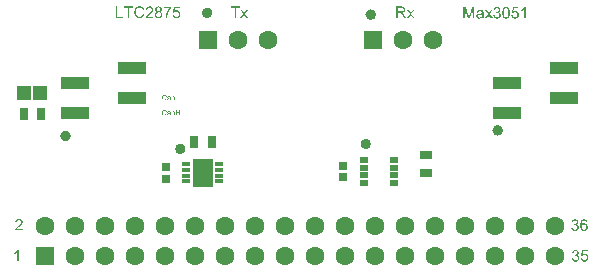
<source format=gts>
G04 Layer_Color=8388736*
%FSLAX44Y44*%
%MOMM*%
G71*
G01*
G75*
%ADD18C,0.5000*%
%ADD27R,1.3000X1.3000*%
%ADD28R,0.7000X0.5000*%
%ADD29R,0.8000X1.0000*%
%ADD30R,0.7000X0.7000*%
%ADD31R,1.0000X0.8000*%
%ADD32R,2.3350X1.1160*%
%ADD33R,0.8000X0.3500*%
%ADD34C,1.6000*%
%ADD35R,1.6000X1.6000*%
%ADD36R,1.7500X2.4800*%
G36*
X2992091Y2533533D02*
X2992274Y2533505D01*
X2992500Y2533463D01*
X2992754Y2533392D01*
X2993007Y2533308D01*
X2993261Y2533195D01*
X2993275D01*
X2993289Y2533181D01*
X2993374Y2533139D01*
X2993501Y2533054D01*
X2993642Y2532955D01*
X2993811Y2532814D01*
X2993980Y2532659D01*
X2994149Y2532476D01*
X2994290Y2532265D01*
X2994304Y2532236D01*
X2994347Y2532166D01*
X2994403Y2532039D01*
X2994473Y2531884D01*
X2994544Y2531701D01*
X2994600Y2531489D01*
X2994643Y2531250D01*
X2994657Y2531010D01*
Y2530982D01*
Y2530897D01*
X2994643Y2530784D01*
X2994614Y2530629D01*
X2994572Y2530446D01*
X2994502Y2530249D01*
X2994417Y2530051D01*
X2994304Y2529854D01*
X2994290Y2529826D01*
X2994248Y2529769D01*
X2994163Y2529671D01*
X2994051Y2529558D01*
X2993910Y2529431D01*
X2993740Y2529290D01*
X2993543Y2529163D01*
X2993303Y2529036D01*
X2993317D01*
X2993346Y2529022D01*
X2993388Y2529008D01*
X2993444Y2528994D01*
X2993600Y2528938D01*
X2993797Y2528853D01*
X2994022Y2528740D01*
X2994248Y2528599D01*
X2994459Y2528416D01*
X2994657Y2528205D01*
X2994671Y2528177D01*
X2994727Y2528092D01*
X2994812Y2527951D01*
X2994896Y2527768D01*
X2994981Y2527542D01*
X2995066Y2527274D01*
X2995122Y2526964D01*
X2995136Y2526626D01*
Y2526612D01*
Y2526569D01*
Y2526499D01*
X2995122Y2526414D01*
X2995108Y2526302D01*
X2995080Y2526175D01*
X2995051Y2526034D01*
X2995023Y2525879D01*
X2994910Y2525540D01*
X2994826Y2525357D01*
X2994741Y2525188D01*
X2994629Y2525005D01*
X2994502Y2524821D01*
X2994361Y2524638D01*
X2994191Y2524469D01*
X2994177Y2524455D01*
X2994149Y2524427D01*
X2994093Y2524384D01*
X2994022Y2524328D01*
X2993938Y2524258D01*
X2993825Y2524187D01*
X2993698Y2524102D01*
X2993543Y2524032D01*
X2993388Y2523947D01*
X2993205Y2523863D01*
X2993022Y2523792D01*
X2992810Y2523722D01*
X2992585Y2523665D01*
X2992345Y2523623D01*
X2992105Y2523595D01*
X2991837Y2523581D01*
X2991711D01*
X2991626Y2523595D01*
X2991513Y2523609D01*
X2991386Y2523623D01*
X2991245Y2523651D01*
X2991090Y2523680D01*
X2990752Y2523764D01*
X2990399Y2523905D01*
X2990216Y2523990D01*
X2990047Y2524088D01*
X2989878Y2524215D01*
X2989709Y2524342D01*
X2989695Y2524356D01*
X2989666Y2524384D01*
X2989624Y2524427D01*
X2989582Y2524483D01*
X2989511Y2524554D01*
X2989441Y2524652D01*
X2989356Y2524751D01*
X2989272Y2524878D01*
X2989187Y2525019D01*
X2989102Y2525160D01*
X2988947Y2525498D01*
X2988820Y2525893D01*
X2988778Y2526104D01*
X2988750Y2526330D01*
X2989948Y2526485D01*
Y2526471D01*
X2989962Y2526443D01*
X2989977Y2526386D01*
X2989991Y2526316D01*
X2990005Y2526231D01*
X2990033Y2526132D01*
X2990103Y2525921D01*
X2990202Y2525667D01*
X2990329Y2525428D01*
X2990470Y2525202D01*
X2990639Y2525005D01*
X2990667Y2524991D01*
X2990724Y2524934D01*
X2990836Y2524864D01*
X2990977Y2524793D01*
X2991147Y2524709D01*
X2991358Y2524638D01*
X2991598Y2524582D01*
X2991851Y2524568D01*
X2991936D01*
X2991992Y2524582D01*
X2992148Y2524596D01*
X2992345Y2524638D01*
X2992570Y2524709D01*
X2992810Y2524807D01*
X2993050Y2524948D01*
X2993275Y2525146D01*
X2993303Y2525174D01*
X2993374Y2525258D01*
X2993458Y2525385D01*
X2993571Y2525554D01*
X2993684Y2525766D01*
X2993769Y2526006D01*
X2993839Y2526288D01*
X2993867Y2526598D01*
Y2526612D01*
Y2526640D01*
Y2526682D01*
X2993853Y2526739D01*
X2993839Y2526894D01*
X2993797Y2527077D01*
X2993740Y2527302D01*
X2993642Y2527528D01*
X2993501Y2527753D01*
X2993317Y2527965D01*
X2993289Y2527993D01*
X2993219Y2528050D01*
X2993106Y2528134D01*
X2992951Y2528233D01*
X2992754Y2528331D01*
X2992514Y2528416D01*
X2992246Y2528472D01*
X2991950Y2528501D01*
X2991823D01*
X2991725Y2528487D01*
X2991598Y2528472D01*
X2991457Y2528444D01*
X2991288Y2528416D01*
X2991104Y2528374D01*
X2991245Y2529431D01*
X2991316D01*
X2991372Y2529417D01*
X2991555D01*
X2991711Y2529445D01*
X2991894Y2529473D01*
X2992105Y2529516D01*
X2992345Y2529586D01*
X2992570Y2529685D01*
X2992810Y2529812D01*
X2992824D01*
X2992838Y2529826D01*
X2992909Y2529882D01*
X2993007Y2529981D01*
X2993120Y2530108D01*
X2993233Y2530291D01*
X2993332Y2530502D01*
X2993402Y2530742D01*
X2993430Y2530883D01*
Y2531038D01*
Y2531052D01*
Y2531066D01*
Y2531151D01*
X2993402Y2531264D01*
X2993374Y2531419D01*
X2993317Y2531588D01*
X2993247Y2531771D01*
X2993134Y2531954D01*
X2992979Y2532124D01*
X2992965Y2532138D01*
X2992895Y2532194D01*
X2992796Y2532265D01*
X2992669Y2532349D01*
X2992500Y2532420D01*
X2992303Y2532490D01*
X2992077Y2532547D01*
X2991823Y2532561D01*
X2991711D01*
X2991584Y2532532D01*
X2991414Y2532504D01*
X2991231Y2532448D01*
X2991048Y2532377D01*
X2990851Y2532265D01*
X2990667Y2532124D01*
X2990653Y2532110D01*
X2990597Y2532039D01*
X2990512Y2531940D01*
X2990414Y2531799D01*
X2990315Y2531616D01*
X2990216Y2531391D01*
X2990132Y2531123D01*
X2990075Y2530813D01*
X2988877Y2531024D01*
Y2531038D01*
X2988891Y2531080D01*
X2988905Y2531137D01*
X2988919Y2531221D01*
X2988947Y2531320D01*
X2988990Y2531433D01*
X2989074Y2531701D01*
X2989215Y2532011D01*
X2989384Y2532321D01*
X2989596Y2532617D01*
X2989864Y2532885D01*
X2989878Y2532899D01*
X2989906Y2532913D01*
X2989948Y2532941D01*
X2990005Y2532984D01*
X2990075Y2533040D01*
X2990174Y2533096D01*
X2990273Y2533153D01*
X2990399Y2533223D01*
X2990681Y2533336D01*
X2991006Y2533449D01*
X2991386Y2533519D01*
X2991584Y2533547D01*
X2991936D01*
X2992091Y2533533D01*
D02*
G37*
G36*
X2520901Y2559783D02*
X2521014Y2559769D01*
X2521155Y2559755D01*
X2521310Y2559727D01*
X2521465Y2559699D01*
X2521832Y2559600D01*
X2522198Y2559459D01*
X2522381Y2559375D01*
X2522565Y2559276D01*
X2522734Y2559149D01*
X2522889Y2559008D01*
X2522903Y2558994D01*
X2522931Y2558980D01*
X2522959Y2558923D01*
X2523016Y2558867D01*
X2523086Y2558797D01*
X2523157Y2558698D01*
X2523227Y2558599D01*
X2523312Y2558472D01*
X2523453Y2558204D01*
X2523594Y2557866D01*
X2523650Y2557697D01*
X2523678Y2557500D01*
X2523706Y2557302D01*
X2523721Y2557091D01*
Y2557063D01*
Y2556992D01*
X2523706Y2556879D01*
X2523692Y2556724D01*
X2523664Y2556555D01*
X2523608Y2556358D01*
X2523551Y2556146D01*
X2523467Y2555935D01*
X2523453Y2555907D01*
X2523425Y2555836D01*
X2523368Y2555723D01*
X2523284Y2555568D01*
X2523171Y2555399D01*
X2523030Y2555188D01*
X2522861Y2554976D01*
X2522663Y2554737D01*
X2522635Y2554708D01*
X2522565Y2554624D01*
X2522494Y2554553D01*
X2522424Y2554483D01*
X2522339Y2554398D01*
X2522226Y2554285D01*
X2522113Y2554173D01*
X2521973Y2554046D01*
X2521832Y2553905D01*
X2521662Y2553750D01*
X2521479Y2553595D01*
X2521282Y2553412D01*
X2521056Y2553228D01*
X2520831Y2553031D01*
X2520816Y2553017D01*
X2520788Y2552989D01*
X2520732Y2552946D01*
X2520661Y2552890D01*
X2520577Y2552805D01*
X2520478Y2552721D01*
X2520253Y2552538D01*
X2520013Y2552326D01*
X2519787Y2552115D01*
X2519590Y2551931D01*
X2519505Y2551861D01*
X2519435Y2551790D01*
X2519421Y2551776D01*
X2519379Y2551734D01*
X2519322Y2551678D01*
X2519252Y2551593D01*
X2519181Y2551494D01*
X2519097Y2551396D01*
X2518928Y2551156D01*
X2523735D01*
Y2550000D01*
X2517264D01*
Y2550014D01*
Y2550070D01*
Y2550155D01*
X2517278Y2550268D01*
X2517292Y2550395D01*
X2517321Y2550536D01*
X2517349Y2550677D01*
X2517405Y2550832D01*
Y2550846D01*
X2517419Y2550860D01*
X2517447Y2550945D01*
X2517504Y2551071D01*
X2517588Y2551241D01*
X2517701Y2551438D01*
X2517842Y2551664D01*
X2517997Y2551889D01*
X2518194Y2552129D01*
Y2552143D01*
X2518223Y2552157D01*
X2518293Y2552241D01*
X2518420Y2552368D01*
X2518603Y2552552D01*
X2518815Y2552763D01*
X2519083Y2553017D01*
X2519407Y2553299D01*
X2519759Y2553595D01*
X2519773Y2553609D01*
X2519830Y2553651D01*
X2519914Y2553722D01*
X2520013Y2553806D01*
X2520140Y2553919D01*
X2520295Y2554046D01*
X2520450Y2554187D01*
X2520633Y2554342D01*
X2520986Y2554680D01*
X2521338Y2555018D01*
X2521507Y2555188D01*
X2521662Y2555357D01*
X2521803Y2555512D01*
X2521916Y2555667D01*
Y2555681D01*
X2521944Y2555695D01*
X2521973Y2555737D01*
X2522001Y2555794D01*
X2522099Y2555949D01*
X2522212Y2556132D01*
X2522311Y2556358D01*
X2522410Y2556597D01*
X2522466Y2556865D01*
X2522494Y2557119D01*
Y2557133D01*
Y2557147D01*
X2522480Y2557232D01*
X2522466Y2557373D01*
X2522424Y2557528D01*
X2522367Y2557725D01*
X2522269Y2557923D01*
X2522142Y2558120D01*
X2521973Y2558317D01*
X2521944Y2558345D01*
X2521874Y2558402D01*
X2521775Y2558472D01*
X2521620Y2558571D01*
X2521423Y2558656D01*
X2521197Y2558740D01*
X2520929Y2558797D01*
X2520633Y2558811D01*
X2520549D01*
X2520492Y2558797D01*
X2520323Y2558782D01*
X2520126Y2558740D01*
X2519914Y2558684D01*
X2519675Y2558585D01*
X2519449Y2558458D01*
X2519238Y2558289D01*
X2519209Y2558261D01*
X2519153Y2558190D01*
X2519068Y2558078D01*
X2518984Y2557908D01*
X2518885Y2557711D01*
X2518801Y2557457D01*
X2518744Y2557175D01*
X2518716Y2556851D01*
X2517490Y2556978D01*
Y2556992D01*
X2517504Y2557034D01*
Y2557105D01*
X2517518Y2557204D01*
X2517546Y2557316D01*
X2517574Y2557443D01*
X2517616Y2557598D01*
X2517659Y2557753D01*
X2517772Y2558092D01*
X2517941Y2558430D01*
X2518039Y2558599D01*
X2518166Y2558768D01*
X2518293Y2558923D01*
X2518434Y2559064D01*
X2518448Y2559079D01*
X2518476Y2559093D01*
X2518519Y2559135D01*
X2518589Y2559177D01*
X2518674Y2559234D01*
X2518772Y2559290D01*
X2518885Y2559360D01*
X2519026Y2559431D01*
X2519181Y2559501D01*
X2519350Y2559572D01*
X2519534Y2559628D01*
X2519731Y2559685D01*
X2519942Y2559727D01*
X2520168Y2559769D01*
X2520408Y2559783D01*
X2520661Y2559797D01*
X2520802D01*
X2520901Y2559783D01*
D02*
G37*
G36*
X2999471Y2559533D02*
X2999570D01*
X2999683Y2559519D01*
X2999951Y2559463D01*
X3000247Y2559392D01*
X3000557Y2559280D01*
X3000867Y2559110D01*
X3001022Y2559012D01*
X3001163Y2558899D01*
X3001177Y2558885D01*
X3001191Y2558871D01*
X3001233Y2558828D01*
X3001276Y2558786D01*
X3001346Y2558716D01*
X3001403Y2558631D01*
X3001558Y2558434D01*
X3001713Y2558180D01*
X3001854Y2557870D01*
X3001981Y2557517D01*
X3002065Y2557123D01*
X3000867Y2557024D01*
Y2557038D01*
X3000853Y2557052D01*
X3000839Y2557137D01*
X3000796Y2557264D01*
X3000740Y2557419D01*
X3000684Y2557588D01*
X3000599Y2557757D01*
X3000500Y2557912D01*
X3000402Y2558039D01*
X3000374Y2558067D01*
X3000317Y2558124D01*
X3000219Y2558208D01*
X3000078Y2558307D01*
X2999894Y2558392D01*
X2999697Y2558476D01*
X2999457Y2558532D01*
X2999203Y2558561D01*
X2999105D01*
X2998992Y2558546D01*
X2998865Y2558518D01*
X2998696Y2558476D01*
X2998527Y2558420D01*
X2998358Y2558349D01*
X2998188Y2558236D01*
X2998160Y2558222D01*
X2998090Y2558166D01*
X2997991Y2558067D01*
X2997864Y2557926D01*
X2997723Y2557757D01*
X2997568Y2557560D01*
X2997427Y2557306D01*
X2997286Y2557024D01*
Y2557010D01*
X2997272Y2556982D01*
X2997258Y2556940D01*
X2997230Y2556883D01*
X2997216Y2556799D01*
X2997188Y2556700D01*
X2997159Y2556587D01*
X2997131Y2556446D01*
X2997089Y2556291D01*
X2997061Y2556122D01*
X2997032Y2555939D01*
X2997018Y2555741D01*
X2996990Y2555516D01*
X2996976Y2555290D01*
X2996962Y2555036D01*
Y2554783D01*
X2996976Y2554797D01*
X2997032Y2554881D01*
X2997131Y2554994D01*
X2997258Y2555135D01*
X2997399Y2555304D01*
X2997582Y2555459D01*
X2997780Y2555614D01*
X2998005Y2555755D01*
X2998019D01*
X2998033Y2555769D01*
X2998118Y2555812D01*
X2998245Y2555854D01*
X2998414Y2555925D01*
X2998611Y2555981D01*
X2998837Y2556023D01*
X2999077Y2556065D01*
X2999330Y2556080D01*
X2999443D01*
X2999528Y2556065D01*
X2999641Y2556051D01*
X2999753Y2556037D01*
X2999894Y2556009D01*
X3000035Y2555967D01*
X3000359Y2555868D01*
X3000529Y2555798D01*
X3000698Y2555699D01*
X3000867Y2555600D01*
X3001050Y2555488D01*
X3001219Y2555347D01*
X3001374Y2555191D01*
X3001389Y2555177D01*
X3001417Y2555149D01*
X3001459Y2555107D01*
X3001501Y2555036D01*
X3001572Y2554938D01*
X3001642Y2554839D01*
X3001713Y2554712D01*
X3001797Y2554571D01*
X3001882Y2554416D01*
X3001952Y2554247D01*
X3002023Y2554050D01*
X3002093Y2553852D01*
X3002136Y2553641D01*
X3002178Y2553401D01*
X3002206Y2553161D01*
X3002220Y2552908D01*
Y2552894D01*
Y2552865D01*
Y2552823D01*
Y2552753D01*
X3002206Y2552668D01*
Y2552583D01*
X3002164Y2552358D01*
X3002122Y2552090D01*
X3002051Y2551808D01*
X3001952Y2551498D01*
X3001811Y2551202D01*
Y2551188D01*
X3001797Y2551174D01*
X3001769Y2551131D01*
X3001741Y2551075D01*
X3001656Y2550934D01*
X3001530Y2550751D01*
X3001374Y2550553D01*
X3001191Y2550356D01*
X3000966Y2550159D01*
X3000726Y2549990D01*
X3000712D01*
X3000698Y2549975D01*
X3000656Y2549947D01*
X3000599Y2549933D01*
X3000458Y2549863D01*
X3000275Y2549792D01*
X3000035Y2549708D01*
X2999767Y2549651D01*
X2999471Y2549595D01*
X2999147Y2549581D01*
X2999077D01*
X2999006Y2549595D01*
X2998893D01*
X2998766Y2549609D01*
X2998625Y2549637D01*
X2998456Y2549680D01*
X2998287Y2549722D01*
X2998090Y2549778D01*
X2997892Y2549849D01*
X2997695Y2549933D01*
X2997484Y2550046D01*
X2997286Y2550173D01*
X2997089Y2550314D01*
X2996891Y2550483D01*
X2996708Y2550680D01*
X2996694Y2550694D01*
X2996666Y2550737D01*
X2996624Y2550793D01*
X2996567Y2550892D01*
X2996483Y2551019D01*
X2996412Y2551160D01*
X2996328Y2551343D01*
X2996243Y2551540D01*
X2996144Y2551780D01*
X2996060Y2552048D01*
X2995989Y2552344D01*
X2995919Y2552668D01*
X2995848Y2553035D01*
X2995806Y2553429D01*
X2995778Y2553852D01*
X2995764Y2554303D01*
Y2554317D01*
Y2554332D01*
Y2554374D01*
Y2554430D01*
X2995778Y2554571D01*
Y2554769D01*
X2995792Y2554994D01*
X2995820Y2555262D01*
X2995848Y2555558D01*
X2995891Y2555882D01*
X2995947Y2556206D01*
X2996017Y2556559D01*
X2996102Y2556897D01*
X2996201Y2557236D01*
X2996328Y2557560D01*
X2996469Y2557870D01*
X2996624Y2558166D01*
X2996807Y2558420D01*
X2996821Y2558434D01*
X2996849Y2558462D01*
X2996906Y2558518D01*
X2996976Y2558603D01*
X2997061Y2558687D01*
X2997173Y2558772D01*
X2997314Y2558885D01*
X2997455Y2558983D01*
X2997625Y2559082D01*
X2997808Y2559195D01*
X2998019Y2559280D01*
X2998231Y2559378D01*
X2998470Y2559449D01*
X2998724Y2559505D01*
X2998992Y2559533D01*
X2999274Y2559547D01*
X2999387D01*
X2999471Y2559533D01*
D02*
G37*
G36*
X3002325Y2532236D02*
X2998420D01*
X2997899Y2529600D01*
X2997913Y2529614D01*
X2997941Y2529628D01*
X2997983Y2529657D01*
X2998054Y2529699D01*
X2998139Y2529741D01*
X2998237Y2529798D01*
X2998463Y2529910D01*
X2998745Y2530023D01*
X2999055Y2530122D01*
X2999393Y2530192D01*
X2999562Y2530220D01*
X2999872D01*
X2999957Y2530206D01*
X3000070Y2530192D01*
X3000197Y2530178D01*
X3000338Y2530150D01*
X3000493Y2530108D01*
X3000831Y2530009D01*
X3001014Y2529939D01*
X3001198Y2529840D01*
X3001381Y2529741D01*
X3001564Y2529628D01*
X3001733Y2529487D01*
X3001902Y2529332D01*
X3001917Y2529318D01*
X3001945Y2529290D01*
X3001987Y2529248D01*
X3002043Y2529177D01*
X3002114Y2529079D01*
X3002184Y2528980D01*
X3002269Y2528853D01*
X3002354Y2528712D01*
X3002424Y2528557D01*
X3002509Y2528388D01*
X3002579Y2528190D01*
X3002650Y2527993D01*
X3002706Y2527782D01*
X3002748Y2527542D01*
X3002776Y2527302D01*
X3002791Y2527049D01*
Y2527035D01*
Y2526992D01*
Y2526922D01*
X3002776Y2526823D01*
X3002762Y2526710D01*
X3002748Y2526584D01*
X3002720Y2526428D01*
X3002692Y2526273D01*
X3002607Y2525907D01*
X3002466Y2525526D01*
X3002382Y2525329D01*
X3002269Y2525146D01*
X3002156Y2524948D01*
X3002015Y2524765D01*
X3002001Y2524751D01*
X3001973Y2524709D01*
X3001917Y2524652D01*
X3001846Y2524582D01*
X3001747Y2524497D01*
X3001635Y2524384D01*
X3001494Y2524286D01*
X3001339Y2524173D01*
X3001169Y2524060D01*
X3000972Y2523961D01*
X3000760Y2523863D01*
X3000535Y2523764D01*
X3000295Y2523694D01*
X3000027Y2523637D01*
X2999746Y2523595D01*
X2999449Y2523581D01*
X2999323D01*
X2999224Y2523595D01*
X2999111Y2523609D01*
X2998984Y2523623D01*
X2998829Y2523637D01*
X2998674Y2523680D01*
X2998322Y2523764D01*
X2997969Y2523891D01*
X2997786Y2523976D01*
X2997603Y2524074D01*
X2997434Y2524187D01*
X2997265Y2524314D01*
X2997250Y2524328D01*
X2997222Y2524342D01*
X2997194Y2524398D01*
X2997138Y2524455D01*
X2997067Y2524525D01*
X2996997Y2524610D01*
X2996912Y2524723D01*
X2996842Y2524850D01*
X2996757Y2524976D01*
X2996672Y2525132D01*
X2996518Y2525470D01*
X2996391Y2525865D01*
X2996348Y2526076D01*
X2996320Y2526302D01*
X2997575Y2526400D01*
Y2526386D01*
Y2526358D01*
X2997589Y2526316D01*
X2997603Y2526245D01*
X2997645Y2526090D01*
X2997702Y2525879D01*
X2997786Y2525667D01*
X2997899Y2525428D01*
X2998040Y2525216D01*
X2998209Y2525019D01*
X2998237Y2525005D01*
X2998294Y2524948D01*
X2998406Y2524878D01*
X2998561Y2524793D01*
X2998731Y2524709D01*
X2998942Y2524638D01*
X2999182Y2524582D01*
X2999449Y2524568D01*
X2999534D01*
X2999590Y2524582D01*
X2999760Y2524596D01*
X2999957Y2524652D01*
X3000197Y2524723D01*
X3000436Y2524836D01*
X3000690Y2525005D01*
X3000803Y2525103D01*
X3000916Y2525216D01*
X3000930Y2525230D01*
X3000944Y2525244D01*
X3000972Y2525287D01*
X3001014Y2525329D01*
X3001113Y2525484D01*
X3001226Y2525681D01*
X3001324Y2525921D01*
X3001423Y2526217D01*
X3001494Y2526569D01*
X3001522Y2526753D01*
Y2526950D01*
Y2526964D01*
Y2526992D01*
Y2527049D01*
X3001508Y2527119D01*
Y2527204D01*
X3001494Y2527302D01*
X3001451Y2527528D01*
X3001381Y2527796D01*
X3001282Y2528064D01*
X3001141Y2528317D01*
X3000944Y2528557D01*
Y2528571D01*
X3000916Y2528585D01*
X3000845Y2528656D01*
X3000718Y2528754D01*
X3000549Y2528867D01*
X3000323Y2528966D01*
X3000070Y2529065D01*
X2999774Y2529135D01*
X2999605Y2529163D01*
X2999337D01*
X2999224Y2529149D01*
X2999083Y2529135D01*
X2998914Y2529093D01*
X2998745Y2529050D01*
X2998561Y2528980D01*
X2998378Y2528895D01*
X2998364Y2528881D01*
X2998308Y2528853D01*
X2998223Y2528783D01*
X2998110Y2528712D01*
X2997998Y2528613D01*
X2997885Y2528487D01*
X2997758Y2528360D01*
X2997659Y2528205D01*
X2996531Y2528360D01*
X2997476Y2533378D01*
X3002325D01*
Y2532236D01*
D02*
G37*
G36*
X2520345Y2523750D02*
X2519147D01*
Y2531376D01*
X2519132Y2531362D01*
X2519062Y2531306D01*
X2518977Y2531221D01*
X2518836Y2531123D01*
X2518681Y2530996D01*
X2518484Y2530855D01*
X2518258Y2530700D01*
X2518005Y2530545D01*
X2517991D01*
X2517976Y2530531D01*
X2517892Y2530474D01*
X2517751Y2530404D01*
X2517582Y2530319D01*
X2517384Y2530220D01*
X2517173Y2530122D01*
X2516962Y2530023D01*
X2516750Y2529939D01*
Y2531095D01*
X2516764D01*
X2516792Y2531123D01*
X2516849Y2531137D01*
X2516919Y2531179D01*
X2517004Y2531221D01*
X2517102Y2531278D01*
X2517342Y2531419D01*
X2517624Y2531574D01*
X2517906Y2531771D01*
X2518202Y2531997D01*
X2518498Y2532236D01*
X2518512Y2532251D01*
X2518526Y2532265D01*
X2518569Y2532307D01*
X2518625Y2532349D01*
X2518752Y2532490D01*
X2518921Y2532659D01*
X2519090Y2532857D01*
X2519273Y2533082D01*
X2519428Y2533308D01*
X2519569Y2533547D01*
X2520345D01*
Y2523750D01*
D02*
G37*
G36*
X2617383Y2738599D02*
X2614169D01*
Y2730000D01*
X2612872D01*
Y2738599D01*
X2609658D01*
Y2739755D01*
X2617383D01*
Y2738599D01*
D02*
G37*
G36*
X2631536Y2739783D02*
X2631649Y2739769D01*
X2631790Y2739755D01*
X2631945Y2739727D01*
X2632100Y2739699D01*
X2632466Y2739600D01*
X2632833Y2739459D01*
X2633016Y2739374D01*
X2633199Y2739276D01*
X2633369Y2739149D01*
X2633524Y2739008D01*
X2633538Y2738994D01*
X2633566Y2738980D01*
X2633594Y2738923D01*
X2633651Y2738867D01*
X2633721Y2738796D01*
X2633792Y2738698D01*
X2633862Y2738599D01*
X2633947Y2738472D01*
X2634088Y2738205D01*
X2634229Y2737866D01*
X2634285Y2737697D01*
X2634313Y2737500D01*
X2634341Y2737302D01*
X2634355Y2737091D01*
Y2737063D01*
Y2736992D01*
X2634341Y2736879D01*
X2634327Y2736724D01*
X2634299Y2736555D01*
X2634243Y2736358D01*
X2634186Y2736146D01*
X2634102Y2735935D01*
X2634088Y2735907D01*
X2634059Y2735836D01*
X2634003Y2735723D01*
X2633918Y2735568D01*
X2633806Y2735399D01*
X2633665Y2735188D01*
X2633495Y2734976D01*
X2633298Y2734737D01*
X2633270Y2734708D01*
X2633199Y2734624D01*
X2633129Y2734553D01*
X2633058Y2734483D01*
X2632974Y2734398D01*
X2632861Y2734286D01*
X2632748Y2734173D01*
X2632607Y2734046D01*
X2632466Y2733905D01*
X2632297Y2733750D01*
X2632114Y2733595D01*
X2631917Y2733412D01*
X2631691Y2733228D01*
X2631465Y2733031D01*
X2631451Y2733017D01*
X2631423Y2732989D01*
X2631367Y2732946D01*
X2631296Y2732890D01*
X2631212Y2732805D01*
X2631113Y2732721D01*
X2630887Y2732538D01*
X2630648Y2732326D01*
X2630422Y2732115D01*
X2630225Y2731931D01*
X2630140Y2731861D01*
X2630070Y2731790D01*
X2630056Y2731776D01*
X2630014Y2731734D01*
X2629957Y2731678D01*
X2629887Y2731593D01*
X2629816Y2731494D01*
X2629732Y2731396D01*
X2629562Y2731156D01*
X2634370D01*
Y2730000D01*
X2627899D01*
Y2730014D01*
Y2730070D01*
Y2730155D01*
X2627913Y2730268D01*
X2627927Y2730395D01*
X2627956Y2730536D01*
X2627984Y2730677D01*
X2628040Y2730832D01*
Y2730846D01*
X2628054Y2730860D01*
X2628082Y2730945D01*
X2628139Y2731071D01*
X2628223Y2731241D01*
X2628336Y2731438D01*
X2628477Y2731664D01*
X2628632Y2731889D01*
X2628830Y2732129D01*
Y2732143D01*
X2628858Y2732157D01*
X2628928Y2732242D01*
X2629055Y2732368D01*
X2629238Y2732552D01*
X2629450Y2732763D01*
X2629718Y2733017D01*
X2630042Y2733299D01*
X2630394Y2733595D01*
X2630408Y2733609D01*
X2630465Y2733651D01*
X2630549Y2733722D01*
X2630648Y2733806D01*
X2630775Y2733919D01*
X2630930Y2734046D01*
X2631085Y2734187D01*
X2631268Y2734342D01*
X2631621Y2734680D01*
X2631973Y2735019D01*
X2632142Y2735188D01*
X2632297Y2735357D01*
X2632438Y2735512D01*
X2632551Y2735667D01*
Y2735681D01*
X2632579Y2735695D01*
X2632607Y2735738D01*
X2632636Y2735794D01*
X2632734Y2735949D01*
X2632847Y2736132D01*
X2632946Y2736358D01*
X2633044Y2736597D01*
X2633101Y2736865D01*
X2633129Y2737119D01*
Y2737133D01*
Y2737147D01*
X2633115Y2737232D01*
X2633101Y2737373D01*
X2633058Y2737528D01*
X2633002Y2737725D01*
X2632903Y2737922D01*
X2632776Y2738120D01*
X2632607Y2738317D01*
X2632579Y2738345D01*
X2632509Y2738402D01*
X2632410Y2738472D01*
X2632255Y2738571D01*
X2632058Y2738656D01*
X2631832Y2738740D01*
X2631564Y2738796D01*
X2631268Y2738811D01*
X2631184D01*
X2631127Y2738796D01*
X2630958Y2738782D01*
X2630761Y2738740D01*
X2630549Y2738684D01*
X2630309Y2738585D01*
X2630084Y2738458D01*
X2629873Y2738289D01*
X2629844Y2738261D01*
X2629788Y2738190D01*
X2629703Y2738078D01*
X2629619Y2737908D01*
X2629520Y2737711D01*
X2629436Y2737457D01*
X2629379Y2737175D01*
X2629351Y2736851D01*
X2628125Y2736978D01*
Y2736992D01*
X2628139Y2737034D01*
Y2737105D01*
X2628153Y2737204D01*
X2628181Y2737316D01*
X2628209Y2737443D01*
X2628252Y2737598D01*
X2628294Y2737753D01*
X2628407Y2738092D01*
X2628576Y2738430D01*
X2628674Y2738599D01*
X2628801Y2738768D01*
X2628928Y2738923D01*
X2629069Y2739064D01*
X2629083Y2739078D01*
X2629111Y2739093D01*
X2629154Y2739135D01*
X2629224Y2739177D01*
X2629309Y2739233D01*
X2629407Y2739290D01*
X2629520Y2739360D01*
X2629661Y2739431D01*
X2629816Y2739501D01*
X2629985Y2739572D01*
X2630169Y2739628D01*
X2630366Y2739684D01*
X2630577Y2739727D01*
X2630803Y2739769D01*
X2631043Y2739783D01*
X2631296Y2739797D01*
X2631437D01*
X2631536Y2739783D01*
D02*
G37*
G36*
X2639036D02*
X2639149Y2739769D01*
X2639275Y2739755D01*
X2639416Y2739741D01*
X2639557Y2739699D01*
X2639896Y2739614D01*
X2640234Y2739487D01*
X2640403Y2739403D01*
X2640572Y2739304D01*
X2640727Y2739177D01*
X2640882Y2739050D01*
X2640897Y2739036D01*
X2640911Y2739022D01*
X2640953Y2738980D01*
X2641009Y2738923D01*
X2641066Y2738839D01*
X2641136Y2738754D01*
X2641277Y2738543D01*
X2641418Y2738275D01*
X2641545Y2737965D01*
X2641644Y2737612D01*
X2641658Y2737429D01*
X2641672Y2737232D01*
Y2737218D01*
Y2737204D01*
Y2737119D01*
X2641658Y2736992D01*
X2641630Y2736837D01*
X2641587Y2736640D01*
X2641517Y2736442D01*
X2641432Y2736245D01*
X2641305Y2736048D01*
X2641291Y2736019D01*
X2641235Y2735963D01*
X2641150Y2735879D01*
X2641038Y2735766D01*
X2640882Y2735639D01*
X2640699Y2735512D01*
X2640488Y2735385D01*
X2640234Y2735272D01*
X2640248D01*
X2640276Y2735258D01*
X2640319Y2735244D01*
X2640375Y2735216D01*
X2640544Y2735145D01*
X2640741Y2735047D01*
X2640953Y2734906D01*
X2641178Y2734751D01*
X2641390Y2734553D01*
X2641587Y2734328D01*
Y2734314D01*
X2641601Y2734300D01*
X2641658Y2734215D01*
X2641742Y2734074D01*
X2641827Y2733891D01*
X2641912Y2733665D01*
X2641996Y2733398D01*
X2642053Y2733101D01*
X2642067Y2732777D01*
Y2732763D01*
Y2732721D01*
Y2732650D01*
X2642053Y2732566D01*
X2642038Y2732467D01*
X2642024Y2732340D01*
X2641996Y2732199D01*
X2641954Y2732044D01*
X2641855Y2731720D01*
X2641785Y2731537D01*
X2641686Y2731367D01*
X2641587Y2731184D01*
X2641475Y2731015D01*
X2641334Y2730846D01*
X2641178Y2730677D01*
X2641164Y2730663D01*
X2641136Y2730634D01*
X2641094Y2730592D01*
X2641023Y2730550D01*
X2640925Y2730479D01*
X2640826Y2730409D01*
X2640699Y2730338D01*
X2640558Y2730254D01*
X2640403Y2730169D01*
X2640220Y2730099D01*
X2640023Y2730028D01*
X2639825Y2729958D01*
X2639600Y2729915D01*
X2639360Y2729873D01*
X2639120Y2729845D01*
X2638853Y2729831D01*
X2638712D01*
X2638613Y2729845D01*
X2638486Y2729859D01*
X2638345Y2729873D01*
X2638190Y2729901D01*
X2638021Y2729944D01*
X2637640Y2730042D01*
X2637443Y2730113D01*
X2637260Y2730183D01*
X2637062Y2730282D01*
X2636865Y2730395D01*
X2636682Y2730522D01*
X2636512Y2730677D01*
X2636498Y2730691D01*
X2636470Y2730719D01*
X2636428Y2730761D01*
X2636371Y2730832D01*
X2636315Y2730916D01*
X2636230Y2731015D01*
X2636160Y2731128D01*
X2636075Y2731269D01*
X2635991Y2731410D01*
X2635920Y2731579D01*
X2635779Y2731931D01*
X2635723Y2732143D01*
X2635681Y2732354D01*
X2635652Y2732580D01*
X2635638Y2732805D01*
Y2732820D01*
Y2732848D01*
Y2732904D01*
X2635652Y2732961D01*
Y2733045D01*
X2635667Y2733144D01*
X2635695Y2733369D01*
X2635751Y2733623D01*
X2635836Y2733877D01*
X2635963Y2734145D01*
X2636118Y2734398D01*
Y2734413D01*
X2636146Y2734427D01*
X2636202Y2734497D01*
X2636315Y2734610D01*
X2636470Y2734751D01*
X2636667Y2734892D01*
X2636907Y2735047D01*
X2637175Y2735174D01*
X2637499Y2735272D01*
X2637485D01*
X2637471Y2735286D01*
X2637429Y2735301D01*
X2637372Y2735329D01*
X2637245Y2735385D01*
X2637076Y2735470D01*
X2636893Y2735582D01*
X2636710Y2735723D01*
X2636541Y2735879D01*
X2636385Y2736048D01*
X2636371Y2736076D01*
X2636329Y2736132D01*
X2636273Y2736245D01*
X2636216Y2736386D01*
X2636146Y2736569D01*
X2636089Y2736781D01*
X2636047Y2737020D01*
X2636033Y2737274D01*
Y2737288D01*
Y2737316D01*
Y2737373D01*
X2636047Y2737457D01*
X2636061Y2737542D01*
X2636075Y2737655D01*
X2636132Y2737894D01*
X2636216Y2738176D01*
X2636357Y2738472D01*
X2636442Y2738627D01*
X2636541Y2738782D01*
X2636667Y2738923D01*
X2636794Y2739064D01*
X2636808Y2739078D01*
X2636837Y2739093D01*
X2636879Y2739135D01*
X2636935Y2739177D01*
X2637006Y2739233D01*
X2637104Y2739290D01*
X2637217Y2739360D01*
X2637330Y2739431D01*
X2637471Y2739501D01*
X2637626Y2739572D01*
X2637795Y2739628D01*
X2637979Y2739684D01*
X2638373Y2739769D01*
X2638599Y2739783D01*
X2638824Y2739797D01*
X2638951D01*
X2639036Y2739783D01*
D02*
G37*
G36*
X2604047Y2731156D02*
X2608854D01*
Y2730000D01*
X2602750D01*
Y2739755D01*
X2604047D01*
Y2731156D01*
D02*
G37*
G36*
X2651485Y2650816D02*
X2651556Y2650810D01*
X2651640Y2650797D01*
X2651731Y2650777D01*
X2651828Y2650752D01*
X2651919Y2650713D01*
X2651932Y2650706D01*
X2651958Y2650693D01*
X2652003Y2650674D01*
X2652055Y2650641D01*
X2652120Y2650602D01*
X2652178Y2650551D01*
X2652236Y2650499D01*
X2652288Y2650434D01*
X2652295Y2650428D01*
X2652307Y2650402D01*
X2652327Y2650369D01*
X2652359Y2650324D01*
X2652385Y2650259D01*
X2652411Y2650194D01*
X2652444Y2650117D01*
X2652463Y2650032D01*
Y2650026D01*
X2652469Y2650000D01*
X2652476Y2649961D01*
X2652482Y2649909D01*
Y2649832D01*
X2652489Y2649741D01*
X2652495Y2649631D01*
Y2649495D01*
Y2647500D01*
X2651945D01*
Y2649469D01*
Y2649475D01*
Y2649482D01*
Y2649527D01*
Y2649586D01*
X2651938Y2649657D01*
X2651932Y2649741D01*
X2651919Y2649825D01*
X2651899Y2649903D01*
X2651880Y2649974D01*
Y2649981D01*
X2651867Y2650000D01*
X2651848Y2650032D01*
X2651828Y2650071D01*
X2651796Y2650110D01*
X2651757Y2650156D01*
X2651705Y2650201D01*
X2651647Y2650240D01*
X2651640Y2650246D01*
X2651621Y2650259D01*
X2651582Y2650272D01*
X2651537Y2650292D01*
X2651485Y2650311D01*
X2651420Y2650331D01*
X2651342Y2650337D01*
X2651265Y2650343D01*
X2651232D01*
X2651206Y2650337D01*
X2651142Y2650331D01*
X2651057Y2650317D01*
X2650967Y2650285D01*
X2650863Y2650246D01*
X2650760Y2650194D01*
X2650663Y2650117D01*
X2650649Y2650104D01*
X2650623Y2650071D01*
X2650604Y2650045D01*
X2650585Y2650013D01*
X2650559Y2649974D01*
X2650539Y2649929D01*
X2650513Y2649877D01*
X2650487Y2649812D01*
X2650468Y2649741D01*
X2650449Y2649663D01*
X2650436Y2649579D01*
X2650423Y2649489D01*
X2650410Y2649378D01*
Y2649268D01*
Y2647500D01*
X2649859D01*
Y2650752D01*
X2650352D01*
Y2650285D01*
X2650358Y2650292D01*
X2650371Y2650311D01*
X2650390Y2650337D01*
X2650416Y2650369D01*
X2650455Y2650408D01*
X2650500Y2650453D01*
X2650552Y2650505D01*
X2650617Y2650557D01*
X2650682Y2650602D01*
X2650760Y2650654D01*
X2650844Y2650700D01*
X2650934Y2650739D01*
X2651038Y2650771D01*
X2651142Y2650797D01*
X2651258Y2650816D01*
X2651381Y2650823D01*
X2651433D01*
X2651485Y2650816D01*
D02*
G37*
G36*
X2643972Y2652053D02*
X2644030Y2652047D01*
X2644101Y2652040D01*
X2644172Y2652034D01*
X2644257Y2652014D01*
X2644431Y2651976D01*
X2644626Y2651917D01*
X2644723Y2651878D01*
X2644814Y2651833D01*
X2644904Y2651775D01*
X2644995Y2651717D01*
X2645002Y2651710D01*
X2645014Y2651703D01*
X2645040Y2651684D01*
X2645073Y2651652D01*
X2645105Y2651619D01*
X2645150Y2651574D01*
X2645196Y2651522D01*
X2645247Y2651470D01*
X2645299Y2651406D01*
X2645351Y2651328D01*
X2645410Y2651250D01*
X2645461Y2651166D01*
X2645507Y2651069D01*
X2645558Y2650972D01*
X2645598Y2650868D01*
X2645636Y2650752D01*
X2645053Y2650616D01*
Y2650622D01*
X2645047Y2650635D01*
X2645034Y2650661D01*
X2645021Y2650693D01*
X2645008Y2650732D01*
X2644988Y2650784D01*
X2644937Y2650887D01*
X2644872Y2651004D01*
X2644794Y2651121D01*
X2644697Y2651231D01*
X2644594Y2651328D01*
X2644580Y2651341D01*
X2644542Y2651367D01*
X2644477Y2651399D01*
X2644393Y2651444D01*
X2644283Y2651483D01*
X2644160Y2651522D01*
X2644011Y2651548D01*
X2643849Y2651555D01*
X2643797D01*
X2643764Y2651548D01*
X2643719D01*
X2643667Y2651542D01*
X2643544Y2651522D01*
X2643408Y2651496D01*
X2643266Y2651451D01*
X2643117Y2651386D01*
X2642981Y2651302D01*
X2642974D01*
X2642968Y2651289D01*
X2642922Y2651257D01*
X2642864Y2651205D01*
X2642793Y2651127D01*
X2642709Y2651030D01*
X2642631Y2650920D01*
X2642560Y2650784D01*
X2642495Y2650635D01*
Y2650628D01*
X2642488Y2650616D01*
X2642482Y2650596D01*
X2642475Y2650564D01*
X2642462Y2650525D01*
X2642450Y2650479D01*
X2642430Y2650369D01*
X2642404Y2650240D01*
X2642378Y2650097D01*
X2642365Y2649942D01*
X2642359Y2649773D01*
Y2649767D01*
Y2649748D01*
Y2649715D01*
Y2649676D01*
X2642365Y2649631D01*
Y2649573D01*
X2642372Y2649508D01*
X2642378Y2649437D01*
X2642398Y2649281D01*
X2642430Y2649113D01*
X2642469Y2648944D01*
X2642521Y2648776D01*
Y2648770D01*
X2642527Y2648757D01*
X2642540Y2648737D01*
X2642553Y2648705D01*
X2642592Y2648627D01*
X2642650Y2648536D01*
X2642722Y2648433D01*
X2642812Y2648322D01*
X2642916Y2648225D01*
X2643039Y2648135D01*
X2643045D01*
X2643058Y2648128D01*
X2643078Y2648115D01*
X2643104Y2648102D01*
X2643136Y2648089D01*
X2643175Y2648070D01*
X2643266Y2648031D01*
X2643382Y2647992D01*
X2643512Y2647960D01*
X2643654Y2647934D01*
X2643803Y2647928D01*
X2643849D01*
X2643887Y2647934D01*
X2643933D01*
X2643978Y2647940D01*
X2644095Y2647966D01*
X2644231Y2647999D01*
X2644367Y2648051D01*
X2644509Y2648122D01*
X2644580Y2648161D01*
X2644645Y2648213D01*
X2644652Y2648219D01*
X2644658Y2648225D01*
X2644678Y2648245D01*
X2644703Y2648264D01*
X2644729Y2648297D01*
X2644762Y2648336D01*
X2644801Y2648374D01*
X2644833Y2648426D01*
X2644872Y2648484D01*
X2644917Y2648549D01*
X2644956Y2648614D01*
X2644995Y2648692D01*
X2645027Y2648776D01*
X2645060Y2648867D01*
X2645092Y2648964D01*
X2645118Y2649067D01*
X2645714Y2648918D01*
Y2648912D01*
X2645707Y2648886D01*
X2645695Y2648847D01*
X2645675Y2648795D01*
X2645656Y2648737D01*
X2645630Y2648666D01*
X2645598Y2648588D01*
X2645558Y2648504D01*
X2645468Y2648322D01*
X2645351Y2648141D01*
X2645280Y2648051D01*
X2645209Y2647960D01*
X2645131Y2647882D01*
X2645040Y2647804D01*
X2645034Y2647798D01*
X2645021Y2647785D01*
X2644988Y2647772D01*
X2644956Y2647746D01*
X2644904Y2647714D01*
X2644853Y2647681D01*
X2644781Y2647649D01*
X2644710Y2647617D01*
X2644626Y2647578D01*
X2644535Y2647545D01*
X2644438Y2647513D01*
X2644334Y2647480D01*
X2644224Y2647455D01*
X2644108Y2647442D01*
X2643985Y2647429D01*
X2643855Y2647422D01*
X2643784D01*
X2643732Y2647429D01*
X2643674D01*
X2643602Y2647435D01*
X2643525Y2647448D01*
X2643434Y2647461D01*
X2643246Y2647494D01*
X2643052Y2647545D01*
X2642858Y2647617D01*
X2642767Y2647662D01*
X2642676Y2647714D01*
X2642670Y2647720D01*
X2642657Y2647727D01*
X2642631Y2647746D01*
X2642605Y2647772D01*
X2642566Y2647798D01*
X2642521Y2647837D01*
X2642469Y2647882D01*
X2642417Y2647934D01*
X2642365Y2647992D01*
X2642307Y2648051D01*
X2642191Y2648199D01*
X2642080Y2648374D01*
X2641983Y2648569D01*
Y2648575D01*
X2641970Y2648595D01*
X2641964Y2648627D01*
X2641944Y2648666D01*
X2641931Y2648718D01*
X2641912Y2648782D01*
X2641886Y2648854D01*
X2641866Y2648931D01*
X2641847Y2649016D01*
X2641821Y2649113D01*
X2641789Y2649314D01*
X2641763Y2649540D01*
X2641750Y2649773D01*
Y2649780D01*
Y2649806D01*
Y2649845D01*
X2641757Y2649890D01*
Y2649955D01*
X2641763Y2650020D01*
X2641769Y2650104D01*
X2641783Y2650188D01*
X2641815Y2650376D01*
X2641860Y2650583D01*
X2641925Y2650790D01*
X2642016Y2650991D01*
X2642022Y2650998D01*
X2642029Y2651017D01*
X2642042Y2651043D01*
X2642067Y2651075D01*
X2642093Y2651121D01*
X2642126Y2651172D01*
X2642210Y2651289D01*
X2642320Y2651418D01*
X2642450Y2651548D01*
X2642599Y2651678D01*
X2642773Y2651788D01*
X2642780Y2651794D01*
X2642799Y2651801D01*
X2642825Y2651814D01*
X2642858Y2651833D01*
X2642910Y2651853D01*
X2642961Y2651872D01*
X2643026Y2651898D01*
X2643097Y2651924D01*
X2643175Y2651950D01*
X2643259Y2651976D01*
X2643441Y2652014D01*
X2643648Y2652047D01*
X2643861Y2652060D01*
X2643926D01*
X2643972Y2652053D01*
D02*
G37*
G36*
X2647890Y2650816D02*
X2647987Y2650810D01*
X2648098Y2650797D01*
X2648208Y2650777D01*
X2648318Y2650752D01*
X2648421Y2650719D01*
X2648434Y2650713D01*
X2648467Y2650700D01*
X2648512Y2650680D01*
X2648570Y2650654D01*
X2648635Y2650616D01*
X2648700Y2650576D01*
X2648758Y2650525D01*
X2648810Y2650473D01*
X2648817Y2650467D01*
X2648829Y2650447D01*
X2648849Y2650415D01*
X2648875Y2650376D01*
X2648907Y2650317D01*
X2648933Y2650259D01*
X2648959Y2650188D01*
X2648978Y2650104D01*
Y2650097D01*
X2648985Y2650078D01*
X2648991Y2650039D01*
X2648998Y2649987D01*
Y2649916D01*
X2649004Y2649832D01*
X2649011Y2649722D01*
Y2649599D01*
Y2648860D01*
Y2648854D01*
Y2648828D01*
Y2648789D01*
Y2648737D01*
Y2648679D01*
Y2648607D01*
X2649017Y2648452D01*
Y2648290D01*
X2649024Y2648128D01*
X2649030Y2648057D01*
Y2647992D01*
X2649037Y2647934D01*
X2649043Y2647888D01*
Y2647882D01*
X2649050Y2647856D01*
X2649056Y2647817D01*
X2649076Y2647766D01*
X2649088Y2647707D01*
X2649114Y2647643D01*
X2649147Y2647571D01*
X2649179Y2647500D01*
X2648603D01*
X2648596Y2647506D01*
X2648590Y2647532D01*
X2648577Y2647565D01*
X2648557Y2647617D01*
X2648538Y2647675D01*
X2648525Y2647746D01*
X2648512Y2647824D01*
X2648499Y2647908D01*
X2648493D01*
X2648486Y2647895D01*
X2648447Y2647863D01*
X2648389Y2647817D01*
X2648311Y2647759D01*
X2648214Y2647701D01*
X2648117Y2647636D01*
X2648013Y2647578D01*
X2647903Y2647532D01*
X2647890Y2647526D01*
X2647851Y2647520D01*
X2647793Y2647500D01*
X2647722Y2647480D01*
X2647631Y2647461D01*
X2647527Y2647448D01*
X2647411Y2647435D01*
X2647294Y2647429D01*
X2647242D01*
X2647204Y2647435D01*
X2647158D01*
X2647107Y2647442D01*
X2646990Y2647461D01*
X2646860Y2647494D01*
X2646718Y2647539D01*
X2646588Y2647603D01*
X2646472Y2647688D01*
X2646459Y2647701D01*
X2646426Y2647733D01*
X2646381Y2647791D01*
X2646329Y2647869D01*
X2646277Y2647966D01*
X2646232Y2648076D01*
X2646200Y2648213D01*
X2646193Y2648277D01*
X2646187Y2648355D01*
Y2648368D01*
Y2648394D01*
X2646193Y2648439D01*
X2646200Y2648498D01*
X2646213Y2648569D01*
X2646232Y2648640D01*
X2646258Y2648718D01*
X2646290Y2648789D01*
X2646297Y2648795D01*
X2646310Y2648821D01*
X2646336Y2648860D01*
X2646368Y2648906D01*
X2646407Y2648957D01*
X2646459Y2649009D01*
X2646511Y2649061D01*
X2646575Y2649106D01*
X2646582Y2649113D01*
X2646608Y2649126D01*
X2646640Y2649152D01*
X2646692Y2649178D01*
X2646750Y2649203D01*
X2646822Y2649236D01*
X2646893Y2649262D01*
X2646977Y2649288D01*
X2646983D01*
X2647009Y2649294D01*
X2647048Y2649307D01*
X2647100Y2649314D01*
X2647165Y2649326D01*
X2647249Y2649340D01*
X2647346Y2649359D01*
X2647463Y2649372D01*
X2647469D01*
X2647495Y2649378D01*
X2647527D01*
X2647573Y2649385D01*
X2647625Y2649391D01*
X2647690Y2649404D01*
X2647761Y2649411D01*
X2647838Y2649424D01*
X2647994Y2649456D01*
X2648162Y2649489D01*
X2648311Y2649527D01*
X2648383Y2649547D01*
X2648447Y2649566D01*
Y2649573D01*
Y2649586D01*
X2648454Y2649625D01*
Y2649670D01*
Y2649696D01*
Y2649709D01*
Y2649715D01*
Y2649722D01*
Y2649760D01*
X2648447Y2649825D01*
X2648434Y2649897D01*
X2648415Y2649974D01*
X2648383Y2650052D01*
X2648344Y2650123D01*
X2648292Y2650182D01*
X2648285Y2650188D01*
X2648253Y2650214D01*
X2648201Y2650240D01*
X2648136Y2650279D01*
X2648046Y2650311D01*
X2647942Y2650343D01*
X2647812Y2650363D01*
X2647664Y2650369D01*
X2647599D01*
X2647534Y2650363D01*
X2647443Y2650350D01*
X2647353Y2650337D01*
X2647256Y2650311D01*
X2647165Y2650279D01*
X2647087Y2650233D01*
X2647081Y2650227D01*
X2647055Y2650208D01*
X2647022Y2650175D01*
X2646983Y2650123D01*
X2646945Y2650058D01*
X2646899Y2649974D01*
X2646860Y2649871D01*
X2646822Y2649754D01*
X2646284Y2649825D01*
Y2649832D01*
X2646290Y2649838D01*
Y2649857D01*
X2646297Y2649883D01*
X2646316Y2649942D01*
X2646342Y2650026D01*
X2646375Y2650110D01*
X2646414Y2650201D01*
X2646465Y2650292D01*
X2646524Y2650376D01*
X2646530Y2650382D01*
X2646556Y2650408D01*
X2646595Y2650447D01*
X2646647Y2650499D01*
X2646718Y2650551D01*
X2646802Y2650602D01*
X2646899Y2650661D01*
X2647009Y2650706D01*
X2647016D01*
X2647022Y2650713D01*
X2647042Y2650719D01*
X2647068Y2650726D01*
X2647132Y2650745D01*
X2647223Y2650764D01*
X2647327Y2650784D01*
X2647456Y2650803D01*
X2647592Y2650816D01*
X2647748Y2650823D01*
X2647819D01*
X2647890Y2650816D01*
D02*
G37*
G36*
X2656945Y2647500D02*
X2656349D01*
Y2649612D01*
X2654030D01*
Y2647500D01*
X2653434D01*
Y2651982D01*
X2654030D01*
Y2650143D01*
X2656349D01*
Y2651982D01*
X2656945D01*
Y2647500D01*
D02*
G37*
G36*
X2647890Y2663566D02*
X2647987Y2663560D01*
X2648098Y2663547D01*
X2648208Y2663528D01*
X2648318Y2663502D01*
X2648421Y2663469D01*
X2648434Y2663463D01*
X2648467Y2663450D01*
X2648512Y2663430D01*
X2648570Y2663404D01*
X2648635Y2663365D01*
X2648700Y2663327D01*
X2648758Y2663275D01*
X2648810Y2663223D01*
X2648817Y2663217D01*
X2648829Y2663197D01*
X2648849Y2663165D01*
X2648875Y2663126D01*
X2648907Y2663068D01*
X2648933Y2663009D01*
X2648959Y2662938D01*
X2648978Y2662854D01*
Y2662847D01*
X2648985Y2662828D01*
X2648991Y2662789D01*
X2648998Y2662737D01*
Y2662666D01*
X2649004Y2662582D01*
X2649011Y2662472D01*
Y2662349D01*
Y2661610D01*
Y2661604D01*
Y2661578D01*
Y2661539D01*
Y2661487D01*
Y2661429D01*
Y2661358D01*
X2649017Y2661202D01*
Y2661040D01*
X2649024Y2660878D01*
X2649030Y2660807D01*
Y2660742D01*
X2649037Y2660684D01*
X2649043Y2660639D01*
Y2660632D01*
X2649050Y2660606D01*
X2649056Y2660567D01*
X2649076Y2660516D01*
X2649088Y2660457D01*
X2649114Y2660392D01*
X2649147Y2660321D01*
X2649179Y2660250D01*
X2648603D01*
X2648596Y2660256D01*
X2648590Y2660282D01*
X2648577Y2660315D01*
X2648557Y2660367D01*
X2648538Y2660425D01*
X2648525Y2660496D01*
X2648512Y2660574D01*
X2648499Y2660658D01*
X2648493D01*
X2648486Y2660645D01*
X2648447Y2660613D01*
X2648389Y2660567D01*
X2648311Y2660509D01*
X2648214Y2660451D01*
X2648117Y2660386D01*
X2648013Y2660328D01*
X2647903Y2660282D01*
X2647890Y2660276D01*
X2647851Y2660269D01*
X2647793Y2660250D01*
X2647722Y2660231D01*
X2647631Y2660211D01*
X2647527Y2660198D01*
X2647411Y2660185D01*
X2647294Y2660179D01*
X2647242D01*
X2647204Y2660185D01*
X2647158D01*
X2647107Y2660192D01*
X2646990Y2660211D01*
X2646860Y2660244D01*
X2646718Y2660289D01*
X2646588Y2660354D01*
X2646472Y2660438D01*
X2646459Y2660451D01*
X2646426Y2660483D01*
X2646381Y2660541D01*
X2646329Y2660619D01*
X2646277Y2660716D01*
X2646232Y2660826D01*
X2646200Y2660963D01*
X2646193Y2661027D01*
X2646187Y2661105D01*
Y2661118D01*
Y2661144D01*
X2646193Y2661189D01*
X2646200Y2661248D01*
X2646213Y2661319D01*
X2646232Y2661390D01*
X2646258Y2661468D01*
X2646290Y2661539D01*
X2646297Y2661545D01*
X2646310Y2661571D01*
X2646336Y2661610D01*
X2646368Y2661656D01*
X2646407Y2661707D01*
X2646459Y2661759D01*
X2646511Y2661811D01*
X2646575Y2661856D01*
X2646582Y2661863D01*
X2646608Y2661876D01*
X2646640Y2661902D01*
X2646692Y2661927D01*
X2646750Y2661953D01*
X2646822Y2661986D01*
X2646893Y2662012D01*
X2646977Y2662038D01*
X2646983D01*
X2647009Y2662044D01*
X2647048Y2662057D01*
X2647100Y2662064D01*
X2647165Y2662076D01*
X2647249Y2662090D01*
X2647346Y2662109D01*
X2647463Y2662122D01*
X2647469D01*
X2647495Y2662128D01*
X2647527D01*
X2647573Y2662135D01*
X2647625Y2662141D01*
X2647690Y2662154D01*
X2647761Y2662161D01*
X2647838Y2662174D01*
X2647994Y2662206D01*
X2648162Y2662238D01*
X2648311Y2662277D01*
X2648383Y2662297D01*
X2648447Y2662316D01*
Y2662323D01*
Y2662336D01*
X2648454Y2662375D01*
Y2662420D01*
Y2662446D01*
Y2662459D01*
Y2662465D01*
Y2662472D01*
Y2662510D01*
X2648447Y2662575D01*
X2648434Y2662646D01*
X2648415Y2662724D01*
X2648383Y2662802D01*
X2648344Y2662873D01*
X2648292Y2662932D01*
X2648285Y2662938D01*
X2648253Y2662964D01*
X2648201Y2662990D01*
X2648136Y2663029D01*
X2648046Y2663061D01*
X2647942Y2663093D01*
X2647812Y2663113D01*
X2647664Y2663119D01*
X2647599D01*
X2647534Y2663113D01*
X2647443Y2663100D01*
X2647353Y2663087D01*
X2647256Y2663061D01*
X2647165Y2663029D01*
X2647087Y2662983D01*
X2647081Y2662977D01*
X2647055Y2662957D01*
X2647022Y2662925D01*
X2646983Y2662873D01*
X2646945Y2662809D01*
X2646899Y2662724D01*
X2646860Y2662621D01*
X2646822Y2662504D01*
X2646284Y2662575D01*
Y2662582D01*
X2646290Y2662588D01*
Y2662608D01*
X2646297Y2662633D01*
X2646316Y2662692D01*
X2646342Y2662776D01*
X2646375Y2662860D01*
X2646414Y2662951D01*
X2646465Y2663042D01*
X2646524Y2663126D01*
X2646530Y2663132D01*
X2646556Y2663158D01*
X2646595Y2663197D01*
X2646647Y2663249D01*
X2646718Y2663301D01*
X2646802Y2663352D01*
X2646899Y2663411D01*
X2647009Y2663456D01*
X2647016D01*
X2647022Y2663463D01*
X2647042Y2663469D01*
X2647068Y2663476D01*
X2647132Y2663495D01*
X2647223Y2663514D01*
X2647327Y2663534D01*
X2647456Y2663553D01*
X2647592Y2663566D01*
X2647748Y2663573D01*
X2647819D01*
X2647890Y2663566D01*
D02*
G37*
G36*
X2643972Y2664803D02*
X2644030Y2664797D01*
X2644101Y2664790D01*
X2644172Y2664784D01*
X2644257Y2664764D01*
X2644431Y2664726D01*
X2644626Y2664667D01*
X2644723Y2664629D01*
X2644814Y2664583D01*
X2644904Y2664525D01*
X2644995Y2664467D01*
X2645002Y2664460D01*
X2645014Y2664454D01*
X2645040Y2664434D01*
X2645073Y2664402D01*
X2645105Y2664370D01*
X2645150Y2664324D01*
X2645196Y2664272D01*
X2645247Y2664220D01*
X2645299Y2664156D01*
X2645351Y2664078D01*
X2645410Y2664000D01*
X2645461Y2663916D01*
X2645507Y2663819D01*
X2645558Y2663722D01*
X2645598Y2663618D01*
X2645636Y2663502D01*
X2645053Y2663365D01*
Y2663372D01*
X2645047Y2663385D01*
X2645034Y2663411D01*
X2645021Y2663443D01*
X2645008Y2663482D01*
X2644988Y2663534D01*
X2644937Y2663637D01*
X2644872Y2663754D01*
X2644794Y2663871D01*
X2644697Y2663981D01*
X2644594Y2664078D01*
X2644580Y2664091D01*
X2644542Y2664117D01*
X2644477Y2664149D01*
X2644393Y2664195D01*
X2644283Y2664233D01*
X2644160Y2664272D01*
X2644011Y2664298D01*
X2643849Y2664305D01*
X2643797D01*
X2643764Y2664298D01*
X2643719D01*
X2643667Y2664292D01*
X2643544Y2664272D01*
X2643408Y2664246D01*
X2643266Y2664201D01*
X2643117Y2664136D01*
X2642981Y2664052D01*
X2642974D01*
X2642968Y2664039D01*
X2642922Y2664007D01*
X2642864Y2663955D01*
X2642793Y2663877D01*
X2642709Y2663780D01*
X2642631Y2663670D01*
X2642560Y2663534D01*
X2642495Y2663385D01*
Y2663378D01*
X2642488Y2663365D01*
X2642482Y2663346D01*
X2642475Y2663314D01*
X2642462Y2663275D01*
X2642450Y2663229D01*
X2642430Y2663119D01*
X2642404Y2662990D01*
X2642378Y2662847D01*
X2642365Y2662692D01*
X2642359Y2662523D01*
Y2662517D01*
Y2662498D01*
Y2662465D01*
Y2662426D01*
X2642365Y2662381D01*
Y2662323D01*
X2642372Y2662258D01*
X2642378Y2662187D01*
X2642398Y2662031D01*
X2642430Y2661863D01*
X2642469Y2661694D01*
X2642521Y2661526D01*
Y2661519D01*
X2642527Y2661506D01*
X2642540Y2661487D01*
X2642553Y2661455D01*
X2642592Y2661377D01*
X2642650Y2661286D01*
X2642722Y2661183D01*
X2642812Y2661073D01*
X2642916Y2660975D01*
X2643039Y2660885D01*
X2643045D01*
X2643058Y2660878D01*
X2643078Y2660865D01*
X2643104Y2660852D01*
X2643136Y2660840D01*
X2643175Y2660820D01*
X2643266Y2660781D01*
X2643382Y2660742D01*
X2643512Y2660710D01*
X2643654Y2660684D01*
X2643803Y2660677D01*
X2643849D01*
X2643887Y2660684D01*
X2643933D01*
X2643978Y2660690D01*
X2644095Y2660716D01*
X2644231Y2660749D01*
X2644367Y2660800D01*
X2644509Y2660872D01*
X2644580Y2660911D01*
X2644645Y2660963D01*
X2644652Y2660969D01*
X2644658Y2660975D01*
X2644678Y2660995D01*
X2644703Y2661014D01*
X2644729Y2661047D01*
X2644762Y2661086D01*
X2644801Y2661124D01*
X2644833Y2661176D01*
X2644872Y2661234D01*
X2644917Y2661299D01*
X2644956Y2661364D01*
X2644995Y2661442D01*
X2645027Y2661526D01*
X2645060Y2661617D01*
X2645092Y2661714D01*
X2645118Y2661817D01*
X2645714Y2661668D01*
Y2661662D01*
X2645707Y2661636D01*
X2645695Y2661597D01*
X2645675Y2661545D01*
X2645656Y2661487D01*
X2645630Y2661416D01*
X2645598Y2661338D01*
X2645558Y2661254D01*
X2645468Y2661073D01*
X2645351Y2660891D01*
X2645280Y2660800D01*
X2645209Y2660710D01*
X2645131Y2660632D01*
X2645040Y2660555D01*
X2645034Y2660548D01*
X2645021Y2660535D01*
X2644988Y2660522D01*
X2644956Y2660496D01*
X2644904Y2660464D01*
X2644853Y2660432D01*
X2644781Y2660399D01*
X2644710Y2660367D01*
X2644626Y2660328D01*
X2644535Y2660295D01*
X2644438Y2660263D01*
X2644334Y2660231D01*
X2644224Y2660205D01*
X2644108Y2660192D01*
X2643985Y2660179D01*
X2643855Y2660172D01*
X2643784D01*
X2643732Y2660179D01*
X2643674D01*
X2643602Y2660185D01*
X2643525Y2660198D01*
X2643434Y2660211D01*
X2643246Y2660244D01*
X2643052Y2660295D01*
X2642858Y2660367D01*
X2642767Y2660412D01*
X2642676Y2660464D01*
X2642670Y2660470D01*
X2642657Y2660477D01*
X2642631Y2660496D01*
X2642605Y2660522D01*
X2642566Y2660548D01*
X2642521Y2660587D01*
X2642469Y2660632D01*
X2642417Y2660684D01*
X2642365Y2660742D01*
X2642307Y2660800D01*
X2642191Y2660949D01*
X2642080Y2661124D01*
X2641983Y2661319D01*
Y2661325D01*
X2641970Y2661345D01*
X2641964Y2661377D01*
X2641944Y2661416D01*
X2641931Y2661468D01*
X2641912Y2661532D01*
X2641886Y2661604D01*
X2641866Y2661682D01*
X2641847Y2661766D01*
X2641821Y2661863D01*
X2641789Y2662064D01*
X2641763Y2662290D01*
X2641750Y2662523D01*
Y2662530D01*
Y2662556D01*
Y2662595D01*
X2641757Y2662640D01*
Y2662705D01*
X2641763Y2662769D01*
X2641769Y2662854D01*
X2641783Y2662938D01*
X2641815Y2663126D01*
X2641860Y2663333D01*
X2641925Y2663540D01*
X2642016Y2663741D01*
X2642022Y2663748D01*
X2642029Y2663767D01*
X2642042Y2663793D01*
X2642067Y2663825D01*
X2642093Y2663871D01*
X2642126Y2663922D01*
X2642210Y2664039D01*
X2642320Y2664169D01*
X2642450Y2664298D01*
X2642599Y2664428D01*
X2642773Y2664538D01*
X2642780Y2664544D01*
X2642799Y2664551D01*
X2642825Y2664564D01*
X2642858Y2664583D01*
X2642910Y2664602D01*
X2642961Y2664622D01*
X2643026Y2664648D01*
X2643097Y2664674D01*
X2643175Y2664700D01*
X2643259Y2664726D01*
X2643441Y2664764D01*
X2643648Y2664797D01*
X2643861Y2664810D01*
X2643926D01*
X2643972Y2664803D01*
D02*
G37*
G36*
X2991591Y2559533D02*
X2991774Y2559505D01*
X2992000Y2559463D01*
X2992254Y2559392D01*
X2992507Y2559308D01*
X2992761Y2559195D01*
X2992775D01*
X2992789Y2559181D01*
X2992874Y2559139D01*
X2993001Y2559054D01*
X2993142Y2558955D01*
X2993311Y2558814D01*
X2993480Y2558659D01*
X2993649Y2558476D01*
X2993790Y2558265D01*
X2993804Y2558236D01*
X2993846Y2558166D01*
X2993903Y2558039D01*
X2993973Y2557884D01*
X2994044Y2557701D01*
X2994100Y2557489D01*
X2994142Y2557250D01*
X2994156Y2557010D01*
Y2556982D01*
Y2556897D01*
X2994142Y2556784D01*
X2994114Y2556629D01*
X2994072Y2556446D01*
X2994001Y2556249D01*
X2993917Y2556051D01*
X2993804Y2555854D01*
X2993790Y2555826D01*
X2993748Y2555769D01*
X2993663Y2555671D01*
X2993550Y2555558D01*
X2993409Y2555431D01*
X2993240Y2555290D01*
X2993043Y2555163D01*
X2992803Y2555036D01*
X2992817D01*
X2992845Y2555022D01*
X2992888Y2555008D01*
X2992944Y2554994D01*
X2993099Y2554938D01*
X2993297Y2554853D01*
X2993522Y2554740D01*
X2993748Y2554599D01*
X2993959Y2554416D01*
X2994156Y2554205D01*
X2994171Y2554176D01*
X2994227Y2554092D01*
X2994312Y2553951D01*
X2994396Y2553768D01*
X2994481Y2553542D01*
X2994565Y2553274D01*
X2994622Y2552964D01*
X2994636Y2552626D01*
Y2552612D01*
Y2552569D01*
Y2552499D01*
X2994622Y2552414D01*
X2994608Y2552302D01*
X2994579Y2552175D01*
X2994551Y2552034D01*
X2994523Y2551879D01*
X2994410Y2551540D01*
X2994326Y2551357D01*
X2994241Y2551188D01*
X2994128Y2551005D01*
X2994001Y2550821D01*
X2993860Y2550638D01*
X2993691Y2550469D01*
X2993677Y2550455D01*
X2993649Y2550427D01*
X2993593Y2550384D01*
X2993522Y2550328D01*
X2993438Y2550258D01*
X2993325Y2550187D01*
X2993198Y2550102D01*
X2993043Y2550032D01*
X2992888Y2549947D01*
X2992705Y2549863D01*
X2992521Y2549792D01*
X2992310Y2549722D01*
X2992084Y2549665D01*
X2991845Y2549623D01*
X2991605Y2549595D01*
X2991337Y2549581D01*
X2991210D01*
X2991126Y2549595D01*
X2991013Y2549609D01*
X2990886Y2549623D01*
X2990745Y2549651D01*
X2990590Y2549680D01*
X2990252Y2549764D01*
X2989899Y2549905D01*
X2989716Y2549990D01*
X2989547Y2550088D01*
X2989378Y2550215D01*
X2989209Y2550342D01*
X2989195Y2550356D01*
X2989166Y2550384D01*
X2989124Y2550427D01*
X2989082Y2550483D01*
X2989011Y2550553D01*
X2988941Y2550652D01*
X2988856Y2550751D01*
X2988772Y2550878D01*
X2988687Y2551019D01*
X2988602Y2551160D01*
X2988447Y2551498D01*
X2988321Y2551893D01*
X2988278Y2552104D01*
X2988250Y2552330D01*
X2989448Y2552485D01*
Y2552471D01*
X2989462Y2552442D01*
X2989476Y2552386D01*
X2989490Y2552316D01*
X2989505Y2552231D01*
X2989533Y2552132D01*
X2989603Y2551921D01*
X2989702Y2551667D01*
X2989829Y2551427D01*
X2989970Y2551202D01*
X2990139Y2551005D01*
X2990167Y2550990D01*
X2990224Y2550934D01*
X2990336Y2550864D01*
X2990477Y2550793D01*
X2990646Y2550709D01*
X2990858Y2550638D01*
X2991098Y2550582D01*
X2991351Y2550568D01*
X2991436D01*
X2991492Y2550582D01*
X2991647Y2550596D01*
X2991845Y2550638D01*
X2992070Y2550709D01*
X2992310Y2550807D01*
X2992550Y2550948D01*
X2992775Y2551146D01*
X2992803Y2551174D01*
X2992874Y2551258D01*
X2992958Y2551385D01*
X2993071Y2551554D01*
X2993184Y2551766D01*
X2993268Y2552005D01*
X2993339Y2552287D01*
X2993367Y2552598D01*
Y2552612D01*
Y2552640D01*
Y2552682D01*
X2993353Y2552739D01*
X2993339Y2552894D01*
X2993297Y2553077D01*
X2993240Y2553302D01*
X2993142Y2553528D01*
X2993001Y2553754D01*
X2992817Y2553965D01*
X2992789Y2553993D01*
X2992719Y2554050D01*
X2992606Y2554134D01*
X2992451Y2554233D01*
X2992254Y2554332D01*
X2992014Y2554416D01*
X2991746Y2554473D01*
X2991450Y2554501D01*
X2991323D01*
X2991224Y2554487D01*
X2991098Y2554473D01*
X2990957Y2554444D01*
X2990787Y2554416D01*
X2990604Y2554374D01*
X2990745Y2555431D01*
X2990816D01*
X2990872Y2555417D01*
X2991055D01*
X2991210Y2555445D01*
X2991394Y2555473D01*
X2991605Y2555516D01*
X2991845Y2555586D01*
X2992070Y2555685D01*
X2992310Y2555812D01*
X2992324D01*
X2992338Y2555826D01*
X2992409Y2555882D01*
X2992507Y2555981D01*
X2992620Y2556108D01*
X2992733Y2556291D01*
X2992831Y2556503D01*
X2992902Y2556742D01*
X2992930Y2556883D01*
Y2557038D01*
Y2557052D01*
Y2557066D01*
Y2557151D01*
X2992902Y2557264D01*
X2992874Y2557419D01*
X2992817Y2557588D01*
X2992747Y2557771D01*
X2992634Y2557954D01*
X2992479Y2558124D01*
X2992465Y2558138D01*
X2992394Y2558194D01*
X2992296Y2558265D01*
X2992169Y2558349D01*
X2992000Y2558420D01*
X2991802Y2558490D01*
X2991577Y2558546D01*
X2991323Y2558561D01*
X2991210D01*
X2991083Y2558532D01*
X2990914Y2558504D01*
X2990731Y2558448D01*
X2990548Y2558377D01*
X2990351Y2558265D01*
X2990167Y2558124D01*
X2990153Y2558109D01*
X2990097Y2558039D01*
X2990012Y2557940D01*
X2989914Y2557799D01*
X2989815Y2557616D01*
X2989716Y2557391D01*
X2989631Y2557123D01*
X2989575Y2556813D01*
X2988377Y2557024D01*
Y2557038D01*
X2988391Y2557080D01*
X2988405Y2557137D01*
X2988419Y2557221D01*
X2988447Y2557320D01*
X2988490Y2557433D01*
X2988574Y2557701D01*
X2988715Y2558011D01*
X2988884Y2558321D01*
X2989096Y2558617D01*
X2989364Y2558885D01*
X2989378Y2558899D01*
X2989406Y2558913D01*
X2989448Y2558941D01*
X2989505Y2558983D01*
X2989575Y2559040D01*
X2989674Y2559096D01*
X2989773Y2559153D01*
X2989899Y2559223D01*
X2990181Y2559336D01*
X2990505Y2559449D01*
X2990886Y2559519D01*
X2991083Y2559547D01*
X2991436D01*
X2991591Y2559533D01*
D02*
G37*
G36*
X2653985Y2660781D02*
X2656194D01*
Y2660250D01*
X2653389D01*
Y2664732D01*
X2653985D01*
Y2660781D01*
D02*
G37*
G36*
X2651485Y2663566D02*
X2651556Y2663560D01*
X2651640Y2663547D01*
X2651731Y2663528D01*
X2651828Y2663502D01*
X2651919Y2663463D01*
X2651932Y2663456D01*
X2651958Y2663443D01*
X2652003Y2663424D01*
X2652055Y2663391D01*
X2652120Y2663352D01*
X2652178Y2663301D01*
X2652236Y2663249D01*
X2652288Y2663184D01*
X2652295Y2663177D01*
X2652307Y2663152D01*
X2652327Y2663119D01*
X2652359Y2663074D01*
X2652385Y2663009D01*
X2652411Y2662944D01*
X2652444Y2662867D01*
X2652463Y2662783D01*
Y2662776D01*
X2652469Y2662750D01*
X2652476Y2662711D01*
X2652482Y2662659D01*
Y2662582D01*
X2652489Y2662491D01*
X2652495Y2662381D01*
Y2662245D01*
Y2660250D01*
X2651945D01*
Y2662219D01*
Y2662226D01*
Y2662232D01*
Y2662277D01*
Y2662336D01*
X2651938Y2662407D01*
X2651932Y2662491D01*
X2651919Y2662575D01*
X2651899Y2662653D01*
X2651880Y2662724D01*
Y2662731D01*
X2651867Y2662750D01*
X2651848Y2662783D01*
X2651828Y2662821D01*
X2651796Y2662860D01*
X2651757Y2662906D01*
X2651705Y2662951D01*
X2651647Y2662990D01*
X2651640Y2662996D01*
X2651621Y2663009D01*
X2651582Y2663022D01*
X2651537Y2663042D01*
X2651485Y2663061D01*
X2651420Y2663080D01*
X2651342Y2663087D01*
X2651265Y2663093D01*
X2651232D01*
X2651206Y2663087D01*
X2651142Y2663080D01*
X2651057Y2663068D01*
X2650967Y2663035D01*
X2650863Y2662996D01*
X2650760Y2662944D01*
X2650663Y2662867D01*
X2650649Y2662854D01*
X2650623Y2662821D01*
X2650604Y2662795D01*
X2650585Y2662763D01*
X2650559Y2662724D01*
X2650539Y2662679D01*
X2650513Y2662627D01*
X2650487Y2662562D01*
X2650468Y2662491D01*
X2650449Y2662413D01*
X2650436Y2662329D01*
X2650423Y2662238D01*
X2650410Y2662128D01*
Y2662018D01*
Y2660250D01*
X2649859D01*
Y2663502D01*
X2650352D01*
Y2663035D01*
X2650358Y2663042D01*
X2650371Y2663061D01*
X2650390Y2663087D01*
X2650416Y2663119D01*
X2650455Y2663158D01*
X2650500Y2663203D01*
X2650552Y2663255D01*
X2650617Y2663307D01*
X2650682Y2663352D01*
X2650760Y2663404D01*
X2650844Y2663450D01*
X2650934Y2663488D01*
X2651038Y2663521D01*
X2651142Y2663547D01*
X2651258Y2663566D01*
X2651381Y2663573D01*
X2651433D01*
X2651485Y2663566D01*
D02*
G37*
G36*
X2649637Y2738684D02*
X2649622Y2738670D01*
X2649594Y2738641D01*
X2649538Y2738585D01*
X2649482Y2738500D01*
X2649397Y2738402D01*
X2649284Y2738289D01*
X2649171Y2738148D01*
X2649044Y2737979D01*
X2648918Y2737810D01*
X2648763Y2737612D01*
X2648607Y2737387D01*
X2648452Y2737161D01*
X2648283Y2736907D01*
X2648114Y2736640D01*
X2647945Y2736344D01*
X2647776Y2736048D01*
X2647762Y2736034D01*
X2647733Y2735977D01*
X2647691Y2735893D01*
X2647621Y2735766D01*
X2647550Y2735611D01*
X2647466Y2735441D01*
X2647367Y2735244D01*
X2647268Y2735019D01*
X2647155Y2734765D01*
X2647029Y2734511D01*
X2646916Y2734229D01*
X2646803Y2733933D01*
X2646577Y2733327D01*
X2646366Y2732679D01*
Y2732664D01*
X2646352Y2732622D01*
X2646338Y2732552D01*
X2646310Y2732467D01*
X2646282Y2732354D01*
X2646253Y2732213D01*
X2646211Y2732058D01*
X2646183Y2731889D01*
X2646141Y2731692D01*
X2646098Y2731480D01*
X2646028Y2731029D01*
X2645957Y2730536D01*
X2645915Y2730000D01*
X2644689D01*
Y2730014D01*
Y2730056D01*
Y2730113D01*
X2644703Y2730197D01*
Y2730310D01*
X2644717Y2730451D01*
X2644731Y2730606D01*
X2644745Y2730775D01*
X2644773Y2730973D01*
X2644801Y2731170D01*
X2644844Y2731410D01*
X2644886Y2731649D01*
X2644928Y2731903D01*
X2644985Y2732185D01*
X2645126Y2732763D01*
Y2732777D01*
X2645140Y2732834D01*
X2645168Y2732918D01*
X2645210Y2733045D01*
X2645252Y2733186D01*
X2645309Y2733355D01*
X2645365Y2733553D01*
X2645450Y2733764D01*
X2645534Y2734004D01*
X2645619Y2734243D01*
X2645830Y2734779D01*
X2646084Y2735343D01*
X2646366Y2735907D01*
X2646380Y2735921D01*
X2646408Y2735977D01*
X2646451Y2736048D01*
X2646507Y2736160D01*
X2646577Y2736287D01*
X2646676Y2736442D01*
X2646775Y2736612D01*
X2646888Y2736795D01*
X2647155Y2737204D01*
X2647437Y2737627D01*
X2647762Y2738063D01*
X2648100Y2738472D01*
X2643321D01*
Y2739628D01*
X2649637D01*
Y2738684D01*
D02*
G37*
G36*
X2852899Y2733665D02*
X2855479Y2730000D01*
X2854012D01*
X2852546Y2732185D01*
X2852208Y2732707D01*
X2850305Y2730000D01*
X2848853D01*
X2851433Y2733665D01*
X2849050Y2737077D01*
X2850516D01*
X2851630Y2735399D01*
X2851644Y2735385D01*
X2851686Y2735329D01*
X2851743Y2735230D01*
X2851813Y2735131D01*
X2851884Y2735004D01*
X2851968Y2734878D01*
X2852053Y2734751D01*
X2852123Y2734624D01*
X2852137Y2734638D01*
X2852180Y2734694D01*
X2852236Y2734779D01*
X2852307Y2734878D01*
X2852391Y2735004D01*
X2852476Y2735131D01*
X2852659Y2735399D01*
X2853857Y2737077D01*
X2855309D01*
X2852899Y2733665D01*
D02*
G37*
G36*
X2943492Y2737986D02*
X2939587D01*
X2939066Y2735350D01*
X2939080Y2735364D01*
X2939108Y2735378D01*
X2939150Y2735406D01*
X2939221Y2735449D01*
X2939305Y2735491D01*
X2939404Y2735547D01*
X2939629Y2735660D01*
X2939911Y2735773D01*
X2940221Y2735872D01*
X2940560Y2735942D01*
X2940729Y2735970D01*
X2941039D01*
X2941124Y2735956D01*
X2941236Y2735942D01*
X2941363Y2735928D01*
X2941504Y2735900D01*
X2941659Y2735858D01*
X2941998Y2735759D01*
X2942181Y2735688D01*
X2942364Y2735590D01*
X2942547Y2735491D01*
X2942731Y2735378D01*
X2942900Y2735237D01*
X2943069Y2735082D01*
X2943083Y2735068D01*
X2943111Y2735040D01*
X2943154Y2734998D01*
X2943210Y2734927D01*
X2943280Y2734829D01*
X2943351Y2734730D01*
X2943435Y2734603D01*
X2943520Y2734462D01*
X2943591Y2734307D01*
X2943675Y2734138D01*
X2943746Y2733941D01*
X2943816Y2733743D01*
X2943872Y2733532D01*
X2943915Y2733292D01*
X2943943Y2733052D01*
X2943957Y2732799D01*
Y2732785D01*
Y2732742D01*
Y2732672D01*
X2943943Y2732573D01*
X2943929Y2732460D01*
X2943915Y2732333D01*
X2943887Y2732178D01*
X2943858Y2732023D01*
X2943774Y2731657D01*
X2943633Y2731276D01*
X2943548Y2731079D01*
X2943435Y2730896D01*
X2943323Y2730698D01*
X2943182Y2730515D01*
X2943168Y2730501D01*
X2943140Y2730459D01*
X2943083Y2730402D01*
X2943013Y2730332D01*
X2942914Y2730247D01*
X2942801Y2730134D01*
X2942660Y2730036D01*
X2942505Y2729923D01*
X2942336Y2729810D01*
X2942139Y2729712D01*
X2941927Y2729613D01*
X2941702Y2729514D01*
X2941462Y2729444D01*
X2941194Y2729387D01*
X2940912Y2729345D01*
X2940616Y2729331D01*
X2940489D01*
X2940391Y2729345D01*
X2940278Y2729359D01*
X2940151Y2729373D01*
X2939996Y2729387D01*
X2939841Y2729430D01*
X2939489Y2729514D01*
X2939136Y2729641D01*
X2938953Y2729726D01*
X2938770Y2729824D01*
X2938600Y2729937D01*
X2938431Y2730064D01*
X2938417Y2730078D01*
X2938389Y2730092D01*
X2938361Y2730149D01*
X2938304Y2730205D01*
X2938234Y2730275D01*
X2938163Y2730360D01*
X2938079Y2730473D01*
X2938008Y2730600D01*
X2937924Y2730726D01*
X2937839Y2730881D01*
X2937684Y2731220D01*
X2937557Y2731615D01*
X2937515Y2731826D01*
X2937487Y2732052D01*
X2938741Y2732150D01*
Y2732136D01*
Y2732108D01*
X2938755Y2732066D01*
X2938770Y2731995D01*
X2938812Y2731840D01*
X2938868Y2731629D01*
X2938953Y2731417D01*
X2939066Y2731177D01*
X2939207Y2730966D01*
X2939376Y2730769D01*
X2939404Y2730755D01*
X2939460Y2730698D01*
X2939573Y2730628D01*
X2939728Y2730543D01*
X2939897Y2730459D01*
X2940109Y2730388D01*
X2940348Y2730332D01*
X2940616Y2730318D01*
X2940701D01*
X2940757Y2730332D01*
X2940926Y2730346D01*
X2941124Y2730402D01*
X2941363Y2730473D01*
X2941603Y2730586D01*
X2941857Y2730755D01*
X2941969Y2730853D01*
X2942082Y2730966D01*
X2942096Y2730980D01*
X2942110Y2730994D01*
X2942139Y2731037D01*
X2942181Y2731079D01*
X2942280Y2731234D01*
X2942392Y2731431D01*
X2942491Y2731671D01*
X2942590Y2731967D01*
X2942660Y2732319D01*
X2942688Y2732503D01*
Y2732700D01*
Y2732714D01*
Y2732742D01*
Y2732799D01*
X2942674Y2732869D01*
Y2732954D01*
X2942660Y2733052D01*
X2942618Y2733278D01*
X2942547Y2733546D01*
X2942449Y2733814D01*
X2942308Y2734067D01*
X2942110Y2734307D01*
Y2734321D01*
X2942082Y2734335D01*
X2942012Y2734406D01*
X2941885Y2734504D01*
X2941716Y2734617D01*
X2941490Y2734716D01*
X2941236Y2734814D01*
X2940940Y2734885D01*
X2940771Y2734913D01*
X2940503D01*
X2940391Y2734899D01*
X2940250Y2734885D01*
X2940080Y2734843D01*
X2939911Y2734800D01*
X2939728Y2734730D01*
X2939545Y2734645D01*
X2939531Y2734631D01*
X2939474Y2734603D01*
X2939390Y2734532D01*
X2939277Y2734462D01*
X2939164Y2734363D01*
X2939051Y2734236D01*
X2938925Y2734110D01*
X2938826Y2733955D01*
X2937698Y2734110D01*
X2938643Y2739128D01*
X2943492D01*
Y2737986D01*
D02*
G37*
G36*
X2707725Y2738599D02*
X2704511D01*
Y2730000D01*
X2703214D01*
Y2738599D01*
X2700000D01*
Y2739755D01*
X2707725D01*
Y2738599D01*
D02*
G37*
G36*
X2906304Y2729500D02*
X2905063D01*
Y2737662D01*
X2902216Y2729500D01*
X2901060D01*
X2898240Y2737803D01*
Y2729500D01*
X2897000D01*
Y2739255D01*
X2898931D01*
X2901243Y2732333D01*
Y2732319D01*
X2901257Y2732291D01*
X2901271Y2732249D01*
X2901300Y2732178D01*
X2901356Y2732009D01*
X2901426Y2731798D01*
X2901497Y2731558D01*
X2901581Y2731318D01*
X2901652Y2731093D01*
X2901708Y2730896D01*
X2901722Y2730924D01*
X2901736Y2730994D01*
X2901779Y2731121D01*
X2901835Y2731290D01*
X2901906Y2731516D01*
X2902004Y2731784D01*
X2902103Y2732094D01*
X2902230Y2732460D01*
X2904570Y2739255D01*
X2906304D01*
Y2729500D01*
D02*
G37*
G36*
X2925673Y2739283D02*
X2925857Y2739255D01*
X2926082Y2739213D01*
X2926336Y2739142D01*
X2926590Y2739058D01*
X2926843Y2738945D01*
X2926857D01*
X2926872Y2738931D01*
X2926956Y2738889D01*
X2927083Y2738804D01*
X2927224Y2738705D01*
X2927393Y2738564D01*
X2927562Y2738409D01*
X2927732Y2738226D01*
X2927872Y2738015D01*
X2927886Y2737986D01*
X2927929Y2737916D01*
X2927985Y2737789D01*
X2928056Y2737634D01*
X2928126Y2737451D01*
X2928183Y2737239D01*
X2928225Y2737000D01*
X2928239Y2736760D01*
Y2736732D01*
Y2736647D01*
X2928225Y2736534D01*
X2928197Y2736379D01*
X2928154Y2736196D01*
X2928084Y2735999D01*
X2927999Y2735801D01*
X2927886Y2735604D01*
X2927872Y2735576D01*
X2927830Y2735519D01*
X2927746Y2735421D01*
X2927633Y2735308D01*
X2927492Y2735181D01*
X2927323Y2735040D01*
X2927125Y2734913D01*
X2926886Y2734786D01*
X2926900D01*
X2926928Y2734772D01*
X2926970Y2734758D01*
X2927027Y2734744D01*
X2927182Y2734688D01*
X2927379Y2734603D01*
X2927605Y2734490D01*
X2927830Y2734349D01*
X2928042Y2734166D01*
X2928239Y2733955D01*
X2928253Y2733926D01*
X2928309Y2733842D01*
X2928394Y2733701D01*
X2928479Y2733517D01*
X2928563Y2733292D01*
X2928648Y2733024D01*
X2928704Y2732714D01*
X2928718Y2732376D01*
Y2732362D01*
Y2732319D01*
Y2732249D01*
X2928704Y2732164D01*
X2928690Y2732052D01*
X2928662Y2731925D01*
X2928634Y2731784D01*
X2928606Y2731629D01*
X2928493Y2731290D01*
X2928408Y2731107D01*
X2928323Y2730938D01*
X2928211Y2730755D01*
X2928084Y2730571D01*
X2927943Y2730388D01*
X2927774Y2730219D01*
X2927760Y2730205D01*
X2927732Y2730177D01*
X2927675Y2730134D01*
X2927605Y2730078D01*
X2927520Y2730008D01*
X2927407Y2729937D01*
X2927280Y2729852D01*
X2927125Y2729782D01*
X2926970Y2729697D01*
X2926787Y2729613D01*
X2926604Y2729542D01*
X2926392Y2729472D01*
X2926167Y2729415D01*
X2925927Y2729373D01*
X2925687Y2729345D01*
X2925420Y2729331D01*
X2925293D01*
X2925208Y2729345D01*
X2925095Y2729359D01*
X2924968Y2729373D01*
X2924828Y2729401D01*
X2924673Y2729430D01*
X2924334Y2729514D01*
X2923982Y2729655D01*
X2923799Y2729740D01*
X2923629Y2729838D01*
X2923460Y2729965D01*
X2923291Y2730092D01*
X2923277Y2730106D01*
X2923249Y2730134D01*
X2923206Y2730177D01*
X2923164Y2730233D01*
X2923094Y2730304D01*
X2923023Y2730402D01*
X2922939Y2730501D01*
X2922854Y2730628D01*
X2922769Y2730769D01*
X2922685Y2730910D01*
X2922530Y2731248D01*
X2922403Y2731643D01*
X2922361Y2731854D01*
X2922332Y2732080D01*
X2923531Y2732235D01*
Y2732221D01*
X2923545Y2732192D01*
X2923559Y2732136D01*
X2923573Y2732066D01*
X2923587Y2731981D01*
X2923615Y2731882D01*
X2923686Y2731671D01*
X2923784Y2731417D01*
X2923911Y2731177D01*
X2924052Y2730952D01*
X2924221Y2730755D01*
X2924250Y2730740D01*
X2924306Y2730684D01*
X2924419Y2730614D01*
X2924560Y2730543D01*
X2924729Y2730459D01*
X2924940Y2730388D01*
X2925180Y2730332D01*
X2925434Y2730318D01*
X2925518D01*
X2925575Y2730332D01*
X2925730Y2730346D01*
X2925927Y2730388D01*
X2926153Y2730459D01*
X2926392Y2730557D01*
X2926632Y2730698D01*
X2926857Y2730896D01*
X2926886Y2730924D01*
X2926956Y2731008D01*
X2927041Y2731135D01*
X2927154Y2731304D01*
X2927266Y2731516D01*
X2927351Y2731755D01*
X2927421Y2732037D01*
X2927450Y2732348D01*
Y2732362D01*
Y2732390D01*
Y2732432D01*
X2927435Y2732489D01*
X2927421Y2732644D01*
X2927379Y2732827D01*
X2927323Y2733052D01*
X2927224Y2733278D01*
X2927083Y2733503D01*
X2926900Y2733715D01*
X2926872Y2733743D01*
X2926801Y2733800D01*
X2926688Y2733884D01*
X2926533Y2733983D01*
X2926336Y2734081D01*
X2926096Y2734166D01*
X2925829Y2734222D01*
X2925532Y2734251D01*
X2925406D01*
X2925307Y2734236D01*
X2925180Y2734222D01*
X2925039Y2734194D01*
X2924870Y2734166D01*
X2924687Y2734124D01*
X2924828Y2735181D01*
X2924898D01*
X2924954Y2735167D01*
X2925138D01*
X2925293Y2735195D01*
X2925476Y2735223D01*
X2925687Y2735266D01*
X2925927Y2735336D01*
X2926153Y2735435D01*
X2926392Y2735562D01*
X2926406D01*
X2926420Y2735576D01*
X2926491Y2735632D01*
X2926590Y2735731D01*
X2926702Y2735858D01*
X2926815Y2736041D01*
X2926914Y2736252D01*
X2926984Y2736492D01*
X2927013Y2736633D01*
Y2736788D01*
Y2736802D01*
Y2736816D01*
Y2736901D01*
X2926984Y2737014D01*
X2926956Y2737169D01*
X2926900Y2737338D01*
X2926829Y2737521D01*
X2926717Y2737704D01*
X2926561Y2737874D01*
X2926547Y2737888D01*
X2926477Y2737944D01*
X2926378Y2738015D01*
X2926251Y2738099D01*
X2926082Y2738170D01*
X2925885Y2738240D01*
X2925659Y2738297D01*
X2925406Y2738311D01*
X2925293D01*
X2925166Y2738282D01*
X2924997Y2738254D01*
X2924814Y2738198D01*
X2924630Y2738127D01*
X2924433Y2738015D01*
X2924250Y2737874D01*
X2924236Y2737859D01*
X2924179Y2737789D01*
X2924095Y2737690D01*
X2923996Y2737549D01*
X2923897Y2737366D01*
X2923799Y2737141D01*
X2923714Y2736873D01*
X2923658Y2736562D01*
X2922459Y2736774D01*
Y2736788D01*
X2922473Y2736830D01*
X2922487Y2736887D01*
X2922502Y2736971D01*
X2922530Y2737070D01*
X2922572Y2737183D01*
X2922657Y2737451D01*
X2922798Y2737761D01*
X2922967Y2738071D01*
X2923178Y2738367D01*
X2923446Y2738635D01*
X2923460Y2738649D01*
X2923488Y2738663D01*
X2923531Y2738691D01*
X2923587Y2738734D01*
X2923658Y2738790D01*
X2923756Y2738846D01*
X2923855Y2738903D01*
X2923982Y2738973D01*
X2924264Y2739086D01*
X2924588Y2739199D01*
X2924968Y2739269D01*
X2925166Y2739297D01*
X2925518D01*
X2925673Y2739283D01*
D02*
G37*
G36*
X2844638Y2739741D02*
X2844765D01*
X2845061Y2739727D01*
X2845371Y2739684D01*
X2845709Y2739642D01*
X2846019Y2739572D01*
X2846175Y2739530D01*
X2846301Y2739487D01*
X2846316D01*
X2846330Y2739473D01*
X2846414Y2739431D01*
X2846541Y2739374D01*
X2846696Y2739276D01*
X2846865Y2739149D01*
X2847049Y2738980D01*
X2847218Y2738782D01*
X2847387Y2738557D01*
Y2738543D01*
X2847401Y2738529D01*
X2847457Y2738444D01*
X2847514Y2738303D01*
X2847598Y2738120D01*
X2847669Y2737908D01*
X2847739Y2737655D01*
X2847782Y2737387D01*
X2847796Y2737091D01*
Y2737077D01*
Y2737049D01*
Y2736992D01*
X2847782Y2736922D01*
Y2736823D01*
X2847768Y2736724D01*
X2847711Y2736485D01*
X2847627Y2736203D01*
X2847514Y2735907D01*
X2847344Y2735611D01*
X2847232Y2735470D01*
X2847119Y2735329D01*
X2847105Y2735315D01*
X2847091Y2735301D01*
X2847049Y2735258D01*
X2846992Y2735216D01*
X2846922Y2735160D01*
X2846837Y2735103D01*
X2846724Y2735033D01*
X2846612Y2734948D01*
X2846471Y2734878D01*
X2846316Y2734807D01*
X2846146Y2734723D01*
X2845963Y2734652D01*
X2845752Y2734596D01*
X2845540Y2734525D01*
X2845301Y2734483D01*
X2845047Y2734441D01*
X2845075Y2734427D01*
X2845131Y2734398D01*
X2845216Y2734342D01*
X2845329Y2734286D01*
X2845582Y2734130D01*
X2845709Y2734032D01*
X2845822Y2733947D01*
X2845850Y2733919D01*
X2845921Y2733849D01*
X2846034Y2733736D01*
X2846175Y2733595D01*
X2846330Y2733398D01*
X2846513Y2733186D01*
X2846696Y2732932D01*
X2846893Y2732650D01*
X2848571Y2730000D01*
X2846964D01*
X2845681Y2732030D01*
Y2732044D01*
X2845653Y2732072D01*
X2845625Y2732115D01*
X2845582Y2732171D01*
X2845484Y2732326D01*
X2845357Y2732523D01*
X2845202Y2732735D01*
X2845047Y2732961D01*
X2844892Y2733172D01*
X2844751Y2733369D01*
X2844737Y2733383D01*
X2844694Y2733440D01*
X2844624Y2733524D01*
X2844525Y2733623D01*
X2844314Y2733835D01*
X2844201Y2733933D01*
X2844088Y2734018D01*
X2844074Y2734032D01*
X2844046Y2734046D01*
X2843990Y2734074D01*
X2843905Y2734116D01*
X2843820Y2734159D01*
X2843722Y2734201D01*
X2843496Y2734272D01*
X2843482D01*
X2843454Y2734286D01*
X2843398D01*
X2843327Y2734300D01*
X2843228Y2734314D01*
X2843116D01*
X2842961Y2734328D01*
X2841297D01*
Y2730000D01*
X2840000D01*
Y2739755D01*
X2844525D01*
X2844638Y2739741D01*
D02*
G37*
G36*
X2919062Y2733165D02*
X2921642Y2729500D01*
X2920175D01*
X2918709Y2731685D01*
X2918371Y2732207D01*
X2916468Y2729500D01*
X2915016D01*
X2917596Y2733165D01*
X2915213Y2736577D01*
X2916679D01*
X2917793Y2734899D01*
X2917807Y2734885D01*
X2917849Y2734829D01*
X2917906Y2734730D01*
X2917976Y2734631D01*
X2918047Y2734504D01*
X2918131Y2734378D01*
X2918216Y2734251D01*
X2918286Y2734124D01*
X2918300Y2734138D01*
X2918343Y2734194D01*
X2918399Y2734279D01*
X2918470Y2734378D01*
X2918554Y2734504D01*
X2918639Y2734631D01*
X2918822Y2734899D01*
X2920020Y2736577D01*
X2921472D01*
X2919062Y2733165D01*
D02*
G37*
G36*
X2623177Y2739910D02*
X2623304Y2739896D01*
X2623459Y2739882D01*
X2623614Y2739868D01*
X2623797Y2739826D01*
X2624178Y2739741D01*
X2624601Y2739614D01*
X2624812Y2739530D01*
X2625009Y2739431D01*
X2625207Y2739304D01*
X2625404Y2739177D01*
X2625418Y2739163D01*
X2625446Y2739149D01*
X2625503Y2739107D01*
X2625573Y2739036D01*
X2625644Y2738966D01*
X2625742Y2738867D01*
X2625841Y2738754D01*
X2625954Y2738641D01*
X2626067Y2738500D01*
X2626179Y2738331D01*
X2626306Y2738162D01*
X2626419Y2737979D01*
X2626518Y2737767D01*
X2626630Y2737556D01*
X2626715Y2737330D01*
X2626800Y2737077D01*
X2625531Y2736781D01*
Y2736795D01*
X2625517Y2736823D01*
X2625489Y2736879D01*
X2625460Y2736950D01*
X2625432Y2737034D01*
X2625390Y2737147D01*
X2625277Y2737373D01*
X2625136Y2737627D01*
X2624967Y2737880D01*
X2624755Y2738120D01*
X2624530Y2738331D01*
X2624502Y2738359D01*
X2624417Y2738416D01*
X2624276Y2738486D01*
X2624093Y2738585D01*
X2623853Y2738670D01*
X2623586Y2738754D01*
X2623261Y2738811D01*
X2622909Y2738825D01*
X2622796D01*
X2622726Y2738811D01*
X2622627D01*
X2622514Y2738796D01*
X2622246Y2738754D01*
X2621950Y2738698D01*
X2621640Y2738599D01*
X2621316Y2738458D01*
X2621020Y2738275D01*
X2621006D01*
X2620992Y2738247D01*
X2620893Y2738176D01*
X2620766Y2738063D01*
X2620611Y2737894D01*
X2620428Y2737683D01*
X2620258Y2737443D01*
X2620103Y2737147D01*
X2619962Y2736823D01*
Y2736809D01*
X2619948Y2736781D01*
X2619934Y2736738D01*
X2619920Y2736668D01*
X2619892Y2736583D01*
X2619864Y2736485D01*
X2619821Y2736245D01*
X2619765Y2735963D01*
X2619709Y2735653D01*
X2619680Y2735315D01*
X2619666Y2734948D01*
Y2734934D01*
Y2734892D01*
Y2734821D01*
Y2734737D01*
X2619680Y2734638D01*
Y2734511D01*
X2619695Y2734370D01*
X2619709Y2734215D01*
X2619751Y2733877D01*
X2619821Y2733510D01*
X2619906Y2733144D01*
X2620019Y2732777D01*
Y2732763D01*
X2620033Y2732735D01*
X2620061Y2732693D01*
X2620089Y2732622D01*
X2620174Y2732453D01*
X2620301Y2732256D01*
X2620456Y2732030D01*
X2620653Y2731790D01*
X2620879Y2731579D01*
X2621147Y2731382D01*
X2621161D01*
X2621189Y2731367D01*
X2621231Y2731339D01*
X2621288Y2731311D01*
X2621358Y2731283D01*
X2621443Y2731241D01*
X2621640Y2731156D01*
X2621894Y2731071D01*
X2622176Y2731001D01*
X2622486Y2730945D01*
X2622810Y2730930D01*
X2622909D01*
X2622993Y2730945D01*
X2623092D01*
X2623191Y2730959D01*
X2623445Y2731015D01*
X2623741Y2731086D01*
X2624037Y2731198D01*
X2624347Y2731353D01*
X2624502Y2731438D01*
X2624643Y2731551D01*
X2624657Y2731565D01*
X2624671Y2731579D01*
X2624713Y2731621D01*
X2624770Y2731664D01*
X2624826Y2731734D01*
X2624897Y2731819D01*
X2624981Y2731903D01*
X2625052Y2732016D01*
X2625136Y2732143D01*
X2625235Y2732284D01*
X2625319Y2732425D01*
X2625404Y2732594D01*
X2625475Y2732777D01*
X2625545Y2732975D01*
X2625615Y2733186D01*
X2625672Y2733412D01*
X2626969Y2733087D01*
Y2733073D01*
X2626955Y2733017D01*
X2626926Y2732932D01*
X2626884Y2732820D01*
X2626842Y2732693D01*
X2626785Y2732538D01*
X2626715Y2732368D01*
X2626630Y2732185D01*
X2626433Y2731790D01*
X2626179Y2731396D01*
X2626024Y2731198D01*
X2625869Y2731001D01*
X2625700Y2730832D01*
X2625503Y2730663D01*
X2625489Y2730648D01*
X2625460Y2730620D01*
X2625390Y2730592D01*
X2625319Y2730536D01*
X2625207Y2730465D01*
X2625094Y2730395D01*
X2624939Y2730324D01*
X2624784Y2730254D01*
X2624601Y2730169D01*
X2624403Y2730099D01*
X2624192Y2730028D01*
X2623966Y2729958D01*
X2623727Y2729901D01*
X2623473Y2729873D01*
X2623205Y2729845D01*
X2622923Y2729831D01*
X2622768D01*
X2622655Y2729845D01*
X2622528D01*
X2622373Y2729859D01*
X2622204Y2729887D01*
X2622007Y2729915D01*
X2621598Y2729986D01*
X2621175Y2730099D01*
X2620752Y2730254D01*
X2620555Y2730352D01*
X2620357Y2730465D01*
X2620343Y2730479D01*
X2620315Y2730493D01*
X2620258Y2730536D01*
X2620202Y2730592D01*
X2620117Y2730648D01*
X2620019Y2730733D01*
X2619906Y2730832D01*
X2619793Y2730945D01*
X2619680Y2731071D01*
X2619554Y2731198D01*
X2619300Y2731523D01*
X2619060Y2731903D01*
X2618849Y2732326D01*
Y2732340D01*
X2618820Y2732383D01*
X2618806Y2732453D01*
X2618764Y2732538D01*
X2618736Y2732650D01*
X2618694Y2732791D01*
X2618637Y2732946D01*
X2618595Y2733116D01*
X2618553Y2733299D01*
X2618496Y2733510D01*
X2618426Y2733947D01*
X2618369Y2734441D01*
X2618341Y2734948D01*
Y2734962D01*
Y2735019D01*
Y2735103D01*
X2618355Y2735202D01*
Y2735343D01*
X2618369Y2735484D01*
X2618383Y2735667D01*
X2618412Y2735850D01*
X2618482Y2736259D01*
X2618581Y2736710D01*
X2618722Y2737161D01*
X2618919Y2737598D01*
X2618933Y2737612D01*
X2618947Y2737655D01*
X2618976Y2737711D01*
X2619032Y2737781D01*
X2619088Y2737880D01*
X2619159Y2737993D01*
X2619342Y2738247D01*
X2619582Y2738529D01*
X2619864Y2738811D01*
X2620188Y2739093D01*
X2620569Y2739332D01*
X2620583Y2739346D01*
X2620625Y2739360D01*
X2620681Y2739389D01*
X2620752Y2739431D01*
X2620865Y2739473D01*
X2620977Y2739515D01*
X2621118Y2739572D01*
X2621273Y2739628D01*
X2621443Y2739684D01*
X2621626Y2739741D01*
X2622021Y2739826D01*
X2622472Y2739896D01*
X2622937Y2739924D01*
X2623078D01*
X2623177Y2739910D01*
D02*
G37*
G36*
X2656826Y2738486D02*
X2652921D01*
X2652400Y2735850D01*
X2652414Y2735864D01*
X2652442Y2735879D01*
X2652484Y2735907D01*
X2652555Y2735949D01*
X2652639Y2735991D01*
X2652738Y2736048D01*
X2652964Y2736160D01*
X2653246Y2736273D01*
X2653556Y2736372D01*
X2653894Y2736442D01*
X2654063Y2736471D01*
X2654373D01*
X2654458Y2736456D01*
X2654571Y2736442D01*
X2654698Y2736428D01*
X2654838Y2736400D01*
X2654994Y2736358D01*
X2655332Y2736259D01*
X2655515Y2736189D01*
X2655698Y2736090D01*
X2655882Y2735991D01*
X2656065Y2735879D01*
X2656234Y2735738D01*
X2656403Y2735582D01*
X2656417Y2735568D01*
X2656446Y2735540D01*
X2656488Y2735498D01*
X2656544Y2735427D01*
X2656615Y2735329D01*
X2656685Y2735230D01*
X2656770Y2735103D01*
X2656854Y2734962D01*
X2656925Y2734807D01*
X2657009Y2734638D01*
X2657080Y2734441D01*
X2657150Y2734243D01*
X2657207Y2734032D01*
X2657249Y2733792D01*
X2657277Y2733553D01*
X2657291Y2733299D01*
Y2733285D01*
Y2733242D01*
Y2733172D01*
X2657277Y2733073D01*
X2657263Y2732961D01*
X2657249Y2732834D01*
X2657221Y2732679D01*
X2657193Y2732523D01*
X2657108Y2732157D01*
X2656967Y2731776D01*
X2656883Y2731579D01*
X2656770Y2731396D01*
X2656657Y2731198D01*
X2656516Y2731015D01*
X2656502Y2731001D01*
X2656474Y2730959D01*
X2656417Y2730902D01*
X2656347Y2730832D01*
X2656248Y2730747D01*
X2656135Y2730634D01*
X2655994Y2730536D01*
X2655839Y2730423D01*
X2655670Y2730310D01*
X2655473Y2730211D01*
X2655261Y2730113D01*
X2655036Y2730014D01*
X2654796Y2729944D01*
X2654528Y2729887D01*
X2654247Y2729845D01*
X2653950Y2729831D01*
X2653824D01*
X2653725Y2729845D01*
X2653612Y2729859D01*
X2653485Y2729873D01*
X2653330Y2729887D01*
X2653175Y2729930D01*
X2652823Y2730014D01*
X2652470Y2730141D01*
X2652287Y2730226D01*
X2652104Y2730324D01*
X2651935Y2730437D01*
X2651765Y2730564D01*
X2651751Y2730578D01*
X2651723Y2730592D01*
X2651695Y2730648D01*
X2651638Y2730705D01*
X2651568Y2730775D01*
X2651497Y2730860D01*
X2651413Y2730973D01*
X2651342Y2731100D01*
X2651258Y2731227D01*
X2651173Y2731382D01*
X2651018Y2731720D01*
X2650891Y2732115D01*
X2650849Y2732326D01*
X2650821Y2732552D01*
X2652076Y2732650D01*
Y2732636D01*
Y2732608D01*
X2652090Y2732566D01*
X2652104Y2732495D01*
X2652146Y2732340D01*
X2652202Y2732129D01*
X2652287Y2731917D01*
X2652400Y2731678D01*
X2652541Y2731466D01*
X2652710Y2731269D01*
X2652738Y2731255D01*
X2652794Y2731198D01*
X2652907Y2731128D01*
X2653062Y2731043D01*
X2653232Y2730959D01*
X2653443Y2730888D01*
X2653683Y2730832D01*
X2653950Y2730818D01*
X2654035D01*
X2654091Y2730832D01*
X2654261Y2730846D01*
X2654458Y2730902D01*
X2654698Y2730973D01*
X2654937Y2731086D01*
X2655191Y2731255D01*
X2655304Y2731353D01*
X2655416Y2731466D01*
X2655431Y2731480D01*
X2655445Y2731494D01*
X2655473Y2731537D01*
X2655515Y2731579D01*
X2655614Y2731734D01*
X2655727Y2731931D01*
X2655825Y2732171D01*
X2655924Y2732467D01*
X2655994Y2732820D01*
X2656023Y2733003D01*
Y2733200D01*
Y2733214D01*
Y2733242D01*
Y2733299D01*
X2656009Y2733369D01*
Y2733454D01*
X2655994Y2733553D01*
X2655952Y2733778D01*
X2655882Y2734046D01*
X2655783Y2734314D01*
X2655642Y2734567D01*
X2655445Y2734807D01*
Y2734821D01*
X2655416Y2734835D01*
X2655346Y2734906D01*
X2655219Y2735004D01*
X2655050Y2735117D01*
X2654824Y2735216D01*
X2654571Y2735315D01*
X2654275Y2735385D01*
X2654106Y2735413D01*
X2653838D01*
X2653725Y2735399D01*
X2653584Y2735385D01*
X2653415Y2735343D01*
X2653246Y2735301D01*
X2653062Y2735230D01*
X2652879Y2735145D01*
X2652865Y2735131D01*
X2652809Y2735103D01*
X2652724Y2735033D01*
X2652611Y2734962D01*
X2652498Y2734864D01*
X2652386Y2734737D01*
X2652259Y2734610D01*
X2652160Y2734455D01*
X2651032Y2734610D01*
X2651977Y2739628D01*
X2656826D01*
Y2738486D01*
D02*
G37*
G36*
X2712137Y2733665D02*
X2714717Y2730000D01*
X2713251D01*
X2711785Y2732185D01*
X2711447Y2732707D01*
X2709544Y2730000D01*
X2708092D01*
X2710671Y2733665D01*
X2708289Y2737077D01*
X2709755D01*
X2710869Y2735399D01*
X2710883Y2735385D01*
X2710925Y2735329D01*
X2710982Y2735230D01*
X2711052Y2735131D01*
X2711122Y2735004D01*
X2711207Y2734878D01*
X2711292Y2734751D01*
X2711362Y2734624D01*
X2711376Y2734638D01*
X2711418Y2734694D01*
X2711475Y2734779D01*
X2711545Y2734878D01*
X2711630Y2735004D01*
X2711714Y2735131D01*
X2711898Y2735399D01*
X2713096Y2737077D01*
X2714548D01*
X2712137Y2733665D01*
D02*
G37*
G36*
X2933370Y2739283D02*
X2933553Y2739255D01*
X2933765Y2739213D01*
X2933990Y2739156D01*
X2934230Y2739086D01*
X2934456Y2738973D01*
X2934470D01*
X2934484Y2738959D01*
X2934554Y2738917D01*
X2934667Y2738846D01*
X2934808Y2738748D01*
X2934963Y2738607D01*
X2935132Y2738452D01*
X2935287Y2738268D01*
X2935443Y2738057D01*
X2935457Y2738029D01*
X2935513Y2737958D01*
X2935569Y2737831D01*
X2935668Y2737648D01*
X2935753Y2737437D01*
X2935865Y2737197D01*
X2935964Y2736915D01*
X2936049Y2736605D01*
Y2736591D01*
X2936063Y2736562D01*
X2936077Y2736520D01*
X2936091Y2736450D01*
X2936105Y2736365D01*
X2936119Y2736266D01*
X2936147Y2736140D01*
X2936161Y2735999D01*
X2936190Y2735844D01*
X2936204Y2735674D01*
X2936218Y2735477D01*
X2936246Y2735280D01*
X2936260Y2735054D01*
Y2734829D01*
X2936274Y2734575D01*
Y2734307D01*
Y2734293D01*
Y2734236D01*
Y2734138D01*
Y2734025D01*
X2936260Y2733870D01*
Y2733701D01*
X2936246Y2733517D01*
X2936232Y2733320D01*
X2936190Y2732869D01*
X2936119Y2732404D01*
X2936035Y2731953D01*
X2935978Y2731741D01*
X2935908Y2731530D01*
Y2731516D01*
X2935894Y2731488D01*
X2935865Y2731431D01*
X2935837Y2731361D01*
X2935809Y2731262D01*
X2935753Y2731163D01*
X2935640Y2730924D01*
X2935499Y2730670D01*
X2935316Y2730388D01*
X2935104Y2730134D01*
X2934850Y2729895D01*
X2934836D01*
X2934822Y2729867D01*
X2934780Y2729838D01*
X2934724Y2729810D01*
X2934653Y2729768D01*
X2934583Y2729712D01*
X2934371Y2729613D01*
X2934117Y2729514D01*
X2933821Y2729415D01*
X2933469Y2729359D01*
X2933088Y2729331D01*
X2932947D01*
X2932849Y2729345D01*
X2932736Y2729359D01*
X2932595Y2729387D01*
X2932440Y2729415D01*
X2932271Y2729458D01*
X2932101Y2729514D01*
X2931918Y2729571D01*
X2931735Y2729655D01*
X2931552Y2729754D01*
X2931368Y2729867D01*
X2931185Y2730008D01*
X2931016Y2730163D01*
X2930861Y2730332D01*
X2930847Y2730346D01*
X2930819Y2730388D01*
X2930776Y2730459D01*
X2930706Y2730571D01*
X2930635Y2730698D01*
X2930565Y2730867D01*
X2930466Y2731065D01*
X2930382Y2731290D01*
X2930297Y2731544D01*
X2930212Y2731840D01*
X2930128Y2732164D01*
X2930057Y2732531D01*
X2929987Y2732926D01*
X2929945Y2733348D01*
X2929916Y2733814D01*
X2929902Y2734307D01*
Y2734321D01*
Y2734378D01*
Y2734476D01*
Y2734589D01*
X2929916Y2734744D01*
Y2734913D01*
X2929931Y2735096D01*
X2929945Y2735308D01*
X2929987Y2735745D01*
X2930057Y2736210D01*
X2930142Y2736675D01*
X2930198Y2736887D01*
X2930255Y2737098D01*
Y2737112D01*
X2930269Y2737141D01*
X2930297Y2737197D01*
X2930325Y2737267D01*
X2930353Y2737366D01*
X2930410Y2737465D01*
X2930523Y2737704D01*
X2930663Y2737958D01*
X2930847Y2738226D01*
X2931058Y2738494D01*
X2931312Y2738719D01*
X2931326D01*
X2931340Y2738748D01*
X2931383Y2738776D01*
X2931439Y2738804D01*
X2931509Y2738860D01*
X2931594Y2738903D01*
X2931805Y2739016D01*
X2932059Y2739114D01*
X2932355Y2739213D01*
X2932708Y2739269D01*
X2933088Y2739297D01*
X2933215D01*
X2933370Y2739283D01*
D02*
G37*
G36*
X2949582Y2729500D02*
X2948383D01*
Y2737126D01*
X2948369Y2737112D01*
X2948299Y2737056D01*
X2948214Y2736971D01*
X2948073Y2736873D01*
X2947918Y2736746D01*
X2947721Y2736605D01*
X2947495Y2736450D01*
X2947242Y2736295D01*
X2947227D01*
X2947213Y2736281D01*
X2947129Y2736224D01*
X2946988Y2736154D01*
X2946819Y2736069D01*
X2946621Y2735970D01*
X2946410Y2735872D01*
X2946198Y2735773D01*
X2945987Y2735688D01*
Y2736844D01*
X2946001D01*
X2946029Y2736873D01*
X2946086Y2736887D01*
X2946156Y2736929D01*
X2946241Y2736971D01*
X2946339Y2737028D01*
X2946579Y2737169D01*
X2946861Y2737324D01*
X2947143Y2737521D01*
X2947439Y2737747D01*
X2947735Y2737986D01*
X2947749Y2738000D01*
X2947763Y2738015D01*
X2947805Y2738057D01*
X2947862Y2738099D01*
X2947989Y2738240D01*
X2948158Y2738409D01*
X2948327Y2738607D01*
X2948510Y2738832D01*
X2948665Y2739058D01*
X2948806Y2739297D01*
X2949582D01*
Y2729500D01*
D02*
G37*
G36*
X2911548Y2736718D02*
X2911760Y2736703D01*
X2911999Y2736675D01*
X2912239Y2736633D01*
X2912479Y2736577D01*
X2912704Y2736506D01*
X2912732Y2736492D01*
X2912803Y2736464D01*
X2912901Y2736422D01*
X2913028Y2736365D01*
X2913169Y2736281D01*
X2913310Y2736196D01*
X2913437Y2736083D01*
X2913550Y2735970D01*
X2913564Y2735956D01*
X2913592Y2735914D01*
X2913635Y2735844D01*
X2913691Y2735759D01*
X2913761Y2735632D01*
X2913818Y2735505D01*
X2913874Y2735350D01*
X2913916Y2735167D01*
Y2735153D01*
X2913930Y2735110D01*
X2913945Y2735026D01*
X2913959Y2734913D01*
Y2734758D01*
X2913973Y2734575D01*
X2913987Y2734335D01*
Y2734067D01*
Y2732460D01*
Y2732446D01*
Y2732390D01*
Y2732305D01*
Y2732192D01*
Y2732066D01*
Y2731911D01*
X2914001Y2731572D01*
Y2731220D01*
X2914015Y2730867D01*
X2914029Y2730712D01*
Y2730571D01*
X2914043Y2730445D01*
X2914057Y2730346D01*
Y2730332D01*
X2914071Y2730275D01*
X2914086Y2730191D01*
X2914128Y2730078D01*
X2914156Y2729951D01*
X2914212Y2729810D01*
X2914283Y2729655D01*
X2914353Y2729500D01*
X2913099D01*
X2913085Y2729514D01*
X2913071Y2729571D01*
X2913042Y2729641D01*
X2913000Y2729754D01*
X2912958Y2729881D01*
X2912930Y2730036D01*
X2912901Y2730205D01*
X2912873Y2730388D01*
X2912859D01*
X2912845Y2730360D01*
X2912760Y2730289D01*
X2912634Y2730191D01*
X2912464Y2730064D01*
X2912253Y2729937D01*
X2912042Y2729796D01*
X2911816Y2729669D01*
X2911576Y2729571D01*
X2911548Y2729556D01*
X2911464Y2729542D01*
X2911337Y2729500D01*
X2911182Y2729458D01*
X2910984Y2729415D01*
X2910759Y2729387D01*
X2910505Y2729359D01*
X2910251Y2729345D01*
X2910139D01*
X2910054Y2729359D01*
X2909955D01*
X2909843Y2729373D01*
X2909589Y2729415D01*
X2909307Y2729486D01*
X2908997Y2729585D01*
X2908715Y2729726D01*
X2908461Y2729909D01*
X2908433Y2729937D01*
X2908362Y2730008D01*
X2908264Y2730134D01*
X2908151Y2730304D01*
X2908038Y2730515D01*
X2907939Y2730755D01*
X2907869Y2731051D01*
X2907855Y2731192D01*
X2907841Y2731361D01*
Y2731389D01*
Y2731445D01*
X2907855Y2731544D01*
X2907869Y2731671D01*
X2907897Y2731826D01*
X2907939Y2731981D01*
X2907996Y2732150D01*
X2908066Y2732305D01*
X2908080Y2732319D01*
X2908109Y2732376D01*
X2908165Y2732460D01*
X2908235Y2732559D01*
X2908320Y2732672D01*
X2908433Y2732785D01*
X2908546Y2732897D01*
X2908687Y2732996D01*
X2908701Y2733010D01*
X2908757Y2733038D01*
X2908828Y2733095D01*
X2908940Y2733151D01*
X2909067Y2733207D01*
X2909222Y2733278D01*
X2909377Y2733334D01*
X2909561Y2733391D01*
X2909575D01*
X2909631Y2733405D01*
X2909716Y2733433D01*
X2909828Y2733447D01*
X2909969Y2733475D01*
X2910153Y2733503D01*
X2910364Y2733546D01*
X2910618Y2733574D01*
X2910632D01*
X2910688Y2733588D01*
X2910759D01*
X2910857Y2733602D01*
X2910970Y2733616D01*
X2911111Y2733644D01*
X2911266Y2733659D01*
X2911435Y2733687D01*
X2911774Y2733757D01*
X2912140Y2733828D01*
X2912464Y2733912D01*
X2912620Y2733955D01*
X2912760Y2733997D01*
Y2734011D01*
Y2734039D01*
X2912774Y2734124D01*
Y2734222D01*
Y2734279D01*
Y2734307D01*
Y2734321D01*
Y2734335D01*
Y2734420D01*
X2912760Y2734561D01*
X2912732Y2734716D01*
X2912690Y2734885D01*
X2912620Y2735054D01*
X2912535Y2735209D01*
X2912422Y2735336D01*
X2912408Y2735350D01*
X2912338Y2735406D01*
X2912225Y2735463D01*
X2912084Y2735547D01*
X2911886Y2735618D01*
X2911661Y2735688D01*
X2911379Y2735731D01*
X2911055Y2735745D01*
X2910914D01*
X2910773Y2735731D01*
X2910575Y2735703D01*
X2910378Y2735674D01*
X2910167Y2735618D01*
X2909969Y2735547D01*
X2909800Y2735449D01*
X2909786Y2735435D01*
X2909730Y2735392D01*
X2909659Y2735322D01*
X2909575Y2735209D01*
X2909490Y2735068D01*
X2909391Y2734885D01*
X2909307Y2734659D01*
X2909222Y2734406D01*
X2908052Y2734561D01*
Y2734575D01*
X2908066Y2734589D01*
Y2734631D01*
X2908080Y2734688D01*
X2908123Y2734814D01*
X2908179Y2734998D01*
X2908250Y2735181D01*
X2908334Y2735378D01*
X2908447Y2735576D01*
X2908574Y2735759D01*
X2908588Y2735773D01*
X2908644Y2735829D01*
X2908729Y2735914D01*
X2908842Y2736027D01*
X2908997Y2736140D01*
X2909180Y2736252D01*
X2909391Y2736379D01*
X2909631Y2736478D01*
X2909645D01*
X2909659Y2736492D01*
X2909702Y2736506D01*
X2909758Y2736520D01*
X2909899Y2736562D01*
X2910096Y2736605D01*
X2910322Y2736647D01*
X2910604Y2736689D01*
X2910900Y2736718D01*
X2911238Y2736732D01*
X2911393D01*
X2911548Y2736718D01*
D02*
G37*
%LPC*%
G36*
X2844370Y2738670D02*
X2841297D01*
Y2735441D01*
X2844201D01*
X2844370Y2735456D01*
X2844567Y2735470D01*
X2844793Y2735484D01*
X2845019Y2735512D01*
X2845244Y2735554D01*
X2845442Y2735611D01*
X2845470Y2735625D01*
X2845526Y2735653D01*
X2845611Y2735695D01*
X2845723Y2735752D01*
X2845850Y2735836D01*
X2845977Y2735935D01*
X2846104Y2736062D01*
X2846203Y2736203D01*
X2846217Y2736217D01*
X2846245Y2736273D01*
X2846287Y2736358D01*
X2846344Y2736471D01*
X2846386Y2736597D01*
X2846428Y2736738D01*
X2846456Y2736907D01*
X2846471Y2737077D01*
Y2737091D01*
Y2737105D01*
X2846456Y2737190D01*
X2846442Y2737316D01*
X2846414Y2737485D01*
X2846344Y2737655D01*
X2846259Y2737852D01*
X2846132Y2738035D01*
X2845963Y2738219D01*
X2845935Y2738233D01*
X2845864Y2738289D01*
X2845752Y2738359D01*
X2845568Y2738444D01*
X2845357Y2738529D01*
X2845075Y2738599D01*
X2844751Y2738656D01*
X2844370Y2738670D01*
D02*
G37*
G36*
X2648454Y2649132D02*
X2648447D01*
X2648441Y2649126D01*
X2648421Y2649119D01*
X2648395Y2649113D01*
X2648363Y2649100D01*
X2648324Y2649087D01*
X2648279Y2649074D01*
X2648227Y2649061D01*
X2648169Y2649041D01*
X2648098Y2649029D01*
X2648026Y2649009D01*
X2647942Y2648990D01*
X2647851Y2648970D01*
X2647761Y2648951D01*
X2647657Y2648938D01*
X2647547Y2648918D01*
X2647534D01*
X2647495Y2648912D01*
X2647430Y2648899D01*
X2647359Y2648886D01*
X2647281Y2648873D01*
X2647204Y2648854D01*
X2647132Y2648834D01*
X2647068Y2648808D01*
X2647061D01*
X2647042Y2648795D01*
X2647016Y2648782D01*
X2646990Y2648763D01*
X2646912Y2648711D01*
X2646848Y2648633D01*
Y2648627D01*
X2646834Y2648614D01*
X2646828Y2648588D01*
X2646815Y2648556D01*
X2646802Y2648517D01*
X2646789Y2648478D01*
X2646783Y2648426D01*
X2646776Y2648374D01*
Y2648368D01*
Y2648336D01*
X2646783Y2648297D01*
X2646796Y2648245D01*
X2646815Y2648187D01*
X2646848Y2648128D01*
X2646886Y2648063D01*
X2646938Y2648005D01*
X2646945Y2647999D01*
X2646971Y2647986D01*
X2647009Y2647960D01*
X2647061Y2647934D01*
X2647132Y2647908D01*
X2647216Y2647882D01*
X2647314Y2647869D01*
X2647430Y2647863D01*
X2647482D01*
X2647547Y2647869D01*
X2647618Y2647882D01*
X2647709Y2647895D01*
X2647799Y2647921D01*
X2647897Y2647953D01*
X2647994Y2647999D01*
X2648007Y2648005D01*
X2648033Y2648025D01*
X2648078Y2648057D01*
X2648130Y2648102D01*
X2648188Y2648154D01*
X2648253Y2648219D01*
X2648305Y2648297D01*
X2648357Y2648381D01*
X2648363Y2648387D01*
X2648369Y2648413D01*
X2648383Y2648459D01*
X2648402Y2648517D01*
X2648421Y2648595D01*
X2648434Y2648685D01*
X2648441Y2648795D01*
X2648447Y2648925D01*
X2648454Y2649132D01*
D02*
G37*
G36*
X2912774Y2733052D02*
X2912760D01*
X2912746Y2733038D01*
X2912704Y2733024D01*
X2912648Y2733010D01*
X2912577Y2732982D01*
X2912493Y2732954D01*
X2912394Y2732926D01*
X2912281Y2732897D01*
X2912154Y2732855D01*
X2911999Y2732827D01*
X2911844Y2732785D01*
X2911661Y2732742D01*
X2911464Y2732700D01*
X2911266Y2732658D01*
X2911041Y2732629D01*
X2910801Y2732587D01*
X2910773D01*
X2910688Y2732573D01*
X2910547Y2732545D01*
X2910392Y2732517D01*
X2910223Y2732489D01*
X2910054Y2732446D01*
X2909899Y2732404D01*
X2909758Y2732348D01*
X2909744D01*
X2909702Y2732319D01*
X2909645Y2732291D01*
X2909589Y2732249D01*
X2909420Y2732136D01*
X2909279Y2731967D01*
Y2731953D01*
X2909250Y2731925D01*
X2909236Y2731868D01*
X2909208Y2731798D01*
X2909180Y2731713D01*
X2909152Y2731629D01*
X2909138Y2731516D01*
X2909124Y2731403D01*
Y2731389D01*
Y2731318D01*
X2909138Y2731234D01*
X2909166Y2731121D01*
X2909208Y2730994D01*
X2909279Y2730867D01*
X2909363Y2730726D01*
X2909476Y2730600D01*
X2909490Y2730586D01*
X2909546Y2730557D01*
X2909631Y2730501D01*
X2909744Y2730445D01*
X2909899Y2730388D01*
X2910082Y2730332D01*
X2910294Y2730304D01*
X2910547Y2730289D01*
X2910660D01*
X2910801Y2730304D01*
X2910956Y2730332D01*
X2911153Y2730360D01*
X2911351Y2730416D01*
X2911562Y2730487D01*
X2911774Y2730586D01*
X2911802Y2730600D01*
X2911858Y2730642D01*
X2911957Y2730712D01*
X2912070Y2730811D01*
X2912197Y2730924D01*
X2912338Y2731065D01*
X2912450Y2731234D01*
X2912563Y2731417D01*
X2912577Y2731431D01*
X2912591Y2731488D01*
X2912620Y2731586D01*
X2912662Y2731713D01*
X2912704Y2731882D01*
X2912732Y2732080D01*
X2912746Y2732319D01*
X2912760Y2732601D01*
X2912774Y2733052D01*
D02*
G37*
G36*
X2638853Y2738811D02*
X2638740D01*
X2638613Y2738782D01*
X2638444Y2738754D01*
X2638260Y2738698D01*
X2638063Y2738627D01*
X2637880Y2738515D01*
X2637697Y2738359D01*
X2637682Y2738345D01*
X2637626Y2738289D01*
X2637556Y2738190D01*
X2637485Y2738063D01*
X2637401Y2737908D01*
X2637330Y2737725D01*
X2637274Y2737528D01*
X2637260Y2737302D01*
Y2737288D01*
Y2737274D01*
X2637274Y2737190D01*
X2637288Y2737063D01*
X2637316Y2736907D01*
X2637372Y2736724D01*
X2637443Y2736541D01*
X2637556Y2736344D01*
X2637697Y2736175D01*
X2637711Y2736160D01*
X2637781Y2736104D01*
X2637880Y2736034D01*
X2638007Y2735963D01*
X2638176Y2735879D01*
X2638373Y2735808D01*
X2638599Y2735752D01*
X2638853Y2735738D01*
X2638881D01*
X2638965Y2735752D01*
X2639092Y2735766D01*
X2639261Y2735794D01*
X2639445Y2735850D01*
X2639628Y2735921D01*
X2639825Y2736034D01*
X2639994Y2736175D01*
X2640009Y2736189D01*
X2640065Y2736259D01*
X2640135Y2736344D01*
X2640220Y2736471D01*
X2640304Y2736626D01*
X2640375Y2736809D01*
X2640431Y2737020D01*
X2640445Y2737246D01*
Y2737260D01*
Y2737274D01*
Y2737359D01*
X2640417Y2737485D01*
X2640389Y2737641D01*
X2640333Y2737810D01*
X2640248Y2737993D01*
X2640135Y2738176D01*
X2639980Y2738359D01*
X2639966Y2738374D01*
X2639896Y2738430D01*
X2639797Y2738500D01*
X2639670Y2738585D01*
X2639501Y2738670D01*
X2639318Y2738740D01*
X2639092Y2738796D01*
X2638853Y2738811D01*
D02*
G37*
G36*
X2638810Y2734765D02*
X2638726D01*
X2638669Y2734751D01*
X2638514Y2734737D01*
X2638317Y2734694D01*
X2638091Y2734624D01*
X2637866Y2734525D01*
X2637626Y2734384D01*
X2637415Y2734201D01*
X2637386Y2734173D01*
X2637330Y2734102D01*
X2637245Y2733976D01*
X2637147Y2733820D01*
X2637034Y2733609D01*
X2636949Y2733369D01*
X2636893Y2733101D01*
X2636865Y2732805D01*
Y2732777D01*
Y2732721D01*
X2636879Y2732622D01*
X2636893Y2732495D01*
X2636921Y2732340D01*
X2636964Y2732171D01*
X2637020Y2732002D01*
X2637090Y2731819D01*
X2637104Y2731805D01*
X2637133Y2731734D01*
X2637189Y2731649D01*
X2637274Y2731551D01*
X2637372Y2731424D01*
X2637499Y2731297D01*
X2637640Y2731184D01*
X2637809Y2731071D01*
X2637838Y2731057D01*
X2637894Y2731029D01*
X2637993Y2730987D01*
X2638120Y2730945D01*
X2638275Y2730902D01*
X2638458Y2730860D01*
X2638655Y2730832D01*
X2638853Y2730818D01*
X2638937D01*
X2638994Y2730832D01*
X2639163Y2730846D01*
X2639360Y2730888D01*
X2639586Y2730959D01*
X2639825Y2731043D01*
X2640051Y2731184D01*
X2640276Y2731367D01*
X2640304Y2731396D01*
X2640361Y2731466D01*
X2640460Y2731593D01*
X2640558Y2731748D01*
X2640657Y2731945D01*
X2640756Y2732185D01*
X2640812Y2732467D01*
X2640840Y2732763D01*
Y2732777D01*
Y2732805D01*
Y2732848D01*
X2640826Y2732904D01*
X2640812Y2733059D01*
X2640770Y2733271D01*
X2640699Y2733482D01*
X2640601Y2733722D01*
X2640460Y2733961D01*
X2640262Y2734187D01*
X2640234Y2734215D01*
X2640164Y2734272D01*
X2640037Y2734370D01*
X2639867Y2734483D01*
X2639656Y2734582D01*
X2639402Y2734680D01*
X2639120Y2734737D01*
X2638810Y2734765D01*
D02*
G37*
G36*
X2648454Y2661882D02*
X2648447D01*
X2648441Y2661876D01*
X2648421Y2661869D01*
X2648395Y2661863D01*
X2648363Y2661850D01*
X2648324Y2661837D01*
X2648279Y2661824D01*
X2648227Y2661811D01*
X2648169Y2661791D01*
X2648098Y2661779D01*
X2648026Y2661759D01*
X2647942Y2661740D01*
X2647851Y2661720D01*
X2647761Y2661701D01*
X2647657Y2661688D01*
X2647547Y2661668D01*
X2647534D01*
X2647495Y2661662D01*
X2647430Y2661649D01*
X2647359Y2661636D01*
X2647281Y2661623D01*
X2647204Y2661604D01*
X2647132Y2661584D01*
X2647068Y2661559D01*
X2647061D01*
X2647042Y2661545D01*
X2647016Y2661532D01*
X2646990Y2661513D01*
X2646912Y2661461D01*
X2646848Y2661383D01*
Y2661377D01*
X2646834Y2661364D01*
X2646828Y2661338D01*
X2646815Y2661306D01*
X2646802Y2661267D01*
X2646789Y2661228D01*
X2646783Y2661176D01*
X2646776Y2661124D01*
Y2661118D01*
Y2661086D01*
X2646783Y2661047D01*
X2646796Y2660995D01*
X2646815Y2660937D01*
X2646848Y2660878D01*
X2646886Y2660814D01*
X2646938Y2660755D01*
X2646945Y2660749D01*
X2646971Y2660736D01*
X2647009Y2660710D01*
X2647061Y2660684D01*
X2647132Y2660658D01*
X2647216Y2660632D01*
X2647314Y2660619D01*
X2647430Y2660613D01*
X2647482D01*
X2647547Y2660619D01*
X2647618Y2660632D01*
X2647709Y2660645D01*
X2647799Y2660671D01*
X2647897Y2660703D01*
X2647994Y2660749D01*
X2648007Y2660755D01*
X2648033Y2660775D01*
X2648078Y2660807D01*
X2648130Y2660852D01*
X2648188Y2660904D01*
X2648253Y2660969D01*
X2648305Y2661047D01*
X2648357Y2661131D01*
X2648363Y2661137D01*
X2648369Y2661163D01*
X2648383Y2661208D01*
X2648402Y2661267D01*
X2648421Y2661345D01*
X2648434Y2661435D01*
X2648441Y2661545D01*
X2648447Y2661675D01*
X2648454Y2661882D01*
D02*
G37*
G36*
X2999091Y2555022D02*
X2999006D01*
X2998950Y2555008D01*
X2998809Y2554994D01*
X2998611Y2554952D01*
X2998400Y2554881D01*
X2998160Y2554769D01*
X2997935Y2554628D01*
X2997709Y2554430D01*
X2997681Y2554402D01*
X2997625Y2554332D01*
X2997526Y2554205D01*
X2997427Y2554021D01*
X2997328Y2553810D01*
X2997230Y2553542D01*
X2997173Y2553246D01*
X2997145Y2552908D01*
Y2552879D01*
Y2552809D01*
X2997159Y2552682D01*
X2997173Y2552527D01*
X2997202Y2552344D01*
X2997258Y2552146D01*
X2997314Y2551935D01*
X2997399Y2551724D01*
X2997413Y2551695D01*
X2997455Y2551625D01*
X2997512Y2551526D01*
X2997596Y2551399D01*
X2997695Y2551272D01*
X2997822Y2551117D01*
X2997963Y2550990D01*
X2998132Y2550864D01*
X2998160Y2550850D01*
X2998217Y2550821D01*
X2998315Y2550765D01*
X2998442Y2550723D01*
X2998583Y2550666D01*
X2998752Y2550610D01*
X2998936Y2550582D01*
X2999133Y2550568D01*
X2999203D01*
X2999260Y2550582D01*
X2999401Y2550596D01*
X2999584Y2550638D01*
X2999781Y2550723D01*
X3000007Y2550821D01*
X3000233Y2550976D01*
X3000345Y2551061D01*
X3000444Y2551174D01*
Y2551188D01*
X3000472Y2551202D01*
X3000529Y2551287D01*
X3000613Y2551427D01*
X3000726Y2551611D01*
X3000825Y2551850D01*
X3000909Y2552132D01*
X3000966Y2552457D01*
X3000994Y2552837D01*
Y2552851D01*
Y2552879D01*
Y2552936D01*
X3000980Y2553006D01*
Y2553091D01*
X3000966Y2553190D01*
X3000923Y2553415D01*
X3000867Y2553669D01*
X3000768Y2553937D01*
X3000627Y2554191D01*
X3000444Y2554430D01*
X3000416Y2554458D01*
X3000345Y2554529D01*
X3000233Y2554613D01*
X3000078Y2554726D01*
X2999880Y2554839D01*
X2999655Y2554924D01*
X2999387Y2554994D01*
X2999091Y2555022D01*
D02*
G37*
G36*
X2933074Y2738311D02*
X2932990D01*
X2932933Y2738297D01*
X2932778Y2738268D01*
X2932595Y2738226D01*
X2932383Y2738141D01*
X2932158Y2738015D01*
X2932045Y2737930D01*
X2931932Y2737845D01*
X2931834Y2737733D01*
X2931735Y2737606D01*
Y2737592D01*
X2931707Y2737563D01*
X2931678Y2737507D01*
X2931636Y2737437D01*
X2931594Y2737324D01*
X2931537Y2737197D01*
X2931495Y2737042D01*
X2931439Y2736859D01*
X2931383Y2736647D01*
X2931326Y2736407D01*
X2931270Y2736140D01*
X2931227Y2735844D01*
X2931185Y2735505D01*
X2931157Y2735139D01*
X2931143Y2734744D01*
X2931129Y2734307D01*
Y2734279D01*
Y2734208D01*
Y2734081D01*
X2931143Y2733912D01*
Y2733729D01*
X2931157Y2733503D01*
X2931171Y2733264D01*
X2931199Y2733010D01*
X2931270Y2732460D01*
X2931312Y2732192D01*
X2931368Y2731939D01*
X2931425Y2731699D01*
X2931509Y2731474D01*
X2931594Y2731276D01*
X2931693Y2731107D01*
Y2731093D01*
X2931721Y2731079D01*
X2931791Y2730980D01*
X2931918Y2730853D01*
X2932073Y2730712D01*
X2932285Y2730571D01*
X2932524Y2730445D01*
X2932792Y2730346D01*
X2932933Y2730332D01*
X2933088Y2730318D01*
X2933173D01*
X2933229Y2730332D01*
X2933370Y2730360D01*
X2933568Y2730416D01*
X2933779Y2730515D01*
X2934019Y2730656D01*
X2934131Y2730740D01*
X2934244Y2730853D01*
X2934357Y2730966D01*
X2934470Y2731107D01*
Y2731121D01*
X2934498Y2731149D01*
X2934526Y2731192D01*
X2934554Y2731262D01*
X2934611Y2731361D01*
X2934653Y2731488D01*
X2934709Y2731629D01*
X2934766Y2731798D01*
X2934808Y2732009D01*
X2934865Y2732235D01*
X2934921Y2732503D01*
X2934963Y2732785D01*
X2934991Y2733123D01*
X2935020Y2733475D01*
X2935048Y2733870D01*
Y2734307D01*
Y2734321D01*
Y2734335D01*
Y2734406D01*
Y2734532D01*
X2935034Y2734702D01*
Y2734885D01*
X2935020Y2735110D01*
X2935005Y2735350D01*
X2934977Y2735618D01*
X2934907Y2736154D01*
X2934865Y2736422D01*
X2934808Y2736675D01*
X2934752Y2736915D01*
X2934667Y2737141D01*
X2934583Y2737338D01*
X2934484Y2737507D01*
Y2737521D01*
X2934456Y2737535D01*
X2934427Y2737578D01*
X2934385Y2737634D01*
X2934258Y2737761D01*
X2934103Y2737916D01*
X2933892Y2738057D01*
X2933652Y2738184D01*
X2933525Y2738240D01*
X2933384Y2738282D01*
X2933229Y2738297D01*
X2933074Y2738311D01*
D02*
G37*
%LPD*%
D18*
X2562000Y2630000D02*
G03*
X2562000Y2630000I-2000J0D01*
G01*
X2659250Y2619000D02*
G03*
X2659250Y2619000I-2000J0D01*
G01*
X2820500Y2732750D02*
G03*
X2820500Y2732750I-2000J0D01*
G01*
X2682000Y2734250D02*
G03*
X2682000Y2734250I-2000J0D01*
G01*
X2928000Y2634750D02*
G03*
X2928000Y2634750I-2000J0D01*
G01*
X2816250Y2623250D02*
G03*
X2816250Y2623250I-2000J0D01*
G01*
D27*
X2538749Y2666250D02*
D03*
X2524749D02*
D03*
D28*
X2838500Y2609750D02*
D03*
Y2603250D02*
D03*
Y2596750D02*
D03*
Y2590250D02*
D03*
X2813000D02*
D03*
Y2596750D02*
D03*
Y2603250D02*
D03*
Y2609750D02*
D03*
D29*
X2524500Y2648749D02*
D03*
X2539500D02*
D03*
X2683750Y2625000D02*
D03*
X2668750D02*
D03*
D30*
X2645000Y2603750D02*
D03*
Y2593750D02*
D03*
X2795000Y2605000D02*
D03*
Y2595000D02*
D03*
D31*
X2864999Y2613750D02*
D03*
Y2598750D02*
D03*
D32*
X2982010Y2662500D02*
D03*
X2933750Y2675200D02*
D03*
X2982010Y2687900D02*
D03*
X2933750Y2649800D02*
D03*
X2616250Y2662500D02*
D03*
X2567990Y2675200D02*
D03*
X2616250Y2687900D02*
D03*
X2567990Y2649800D02*
D03*
D33*
X2662249Y2606500D02*
D03*
Y2601500D02*
D03*
Y2596500D02*
D03*
Y2591500D02*
D03*
X2690250Y2606500D02*
D03*
Y2601500D02*
D03*
Y2596500D02*
D03*
Y2591500D02*
D03*
D34*
X2731650Y2711250D02*
D03*
X2706250D02*
D03*
X2871250D02*
D03*
X2845850D02*
D03*
X2974550Y2553750D02*
D03*
Y2528350D02*
D03*
X2949150Y2553750D02*
D03*
Y2528350D02*
D03*
X2923750Y2553750D02*
D03*
Y2528350D02*
D03*
X2898350Y2553750D02*
D03*
Y2528350D02*
D03*
X2872950Y2553750D02*
D03*
Y2528350D02*
D03*
X2847550Y2553750D02*
D03*
Y2528350D02*
D03*
X2822150Y2553750D02*
D03*
Y2528350D02*
D03*
X2796750Y2553750D02*
D03*
Y2528350D02*
D03*
X2771350Y2553750D02*
D03*
Y2528350D02*
D03*
X2745950Y2553750D02*
D03*
Y2528350D02*
D03*
X2720550Y2553750D02*
D03*
Y2528350D02*
D03*
X2695150Y2553750D02*
D03*
Y2528350D02*
D03*
X2669750Y2553750D02*
D03*
Y2528350D02*
D03*
X2644350Y2553750D02*
D03*
Y2528350D02*
D03*
X2618950Y2553750D02*
D03*
Y2528350D02*
D03*
X2593550Y2553750D02*
D03*
Y2528350D02*
D03*
X2568150Y2553750D02*
D03*
Y2528350D02*
D03*
X2542750Y2553750D02*
D03*
D35*
X2680850Y2711250D02*
D03*
X2820450D02*
D03*
X2542750Y2528350D02*
D03*
D36*
X2676250Y2599000D02*
D03*
M02*

</source>
